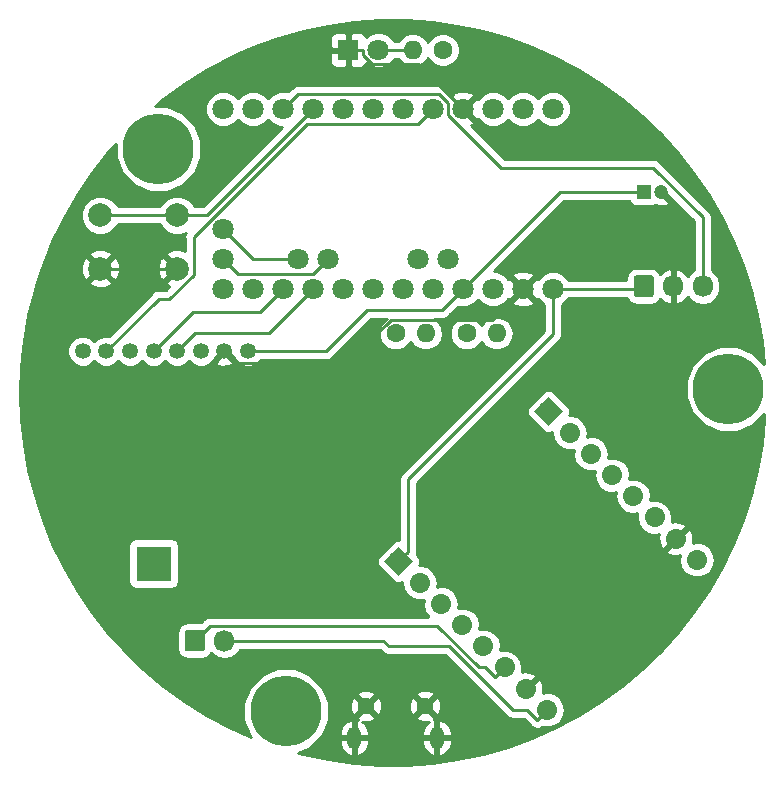
<source format=gbr>
G04 #@! TF.GenerationSoftware,KiCad,Pcbnew,(5.0.2)-1*
G04 #@! TF.CreationDate,2019-03-05T23:40:05+01:00*
G04 #@! TF.ProjectId,HB-OU-MP3-LED_PCB,48422d4f-552d-44d5-9033-2d4c45445f50,rev?*
G04 #@! TF.SameCoordinates,Original*
G04 #@! TF.FileFunction,Copper,L2,Bot*
G04 #@! TF.FilePolarity,Positive*
%FSLAX46Y46*%
G04 Gerber Fmt 4.6, Leading zero omitted, Abs format (unit mm)*
G04 Created by KiCad (PCBNEW (5.0.2)-1) date 05.03.2019 23:40:05*
%MOMM*%
%LPD*%
G01*
G04 APERTURE LIST*
G04 #@! TA.AperFunction,ComponentPad*
%ADD10C,6.000000*%
G04 #@! TD*
G04 #@! TA.AperFunction,ComponentPad*
%ADD11C,0.800000*%
G04 #@! TD*
G04 #@! TA.AperFunction,ComponentPad*
%ADD12R,1.200000X1.200000*%
G04 #@! TD*
G04 #@! TA.AperFunction,ComponentPad*
%ADD13C,1.200000*%
G04 #@! TD*
G04 #@! TA.AperFunction,ComponentPad*
%ADD14R,1.800000X1.800000*%
G04 #@! TD*
G04 #@! TA.AperFunction,ComponentPad*
%ADD15C,1.800000*%
G04 #@! TD*
G04 #@! TA.AperFunction,ComponentPad*
%ADD16C,1.450000*%
G04 #@! TD*
G04 #@! TA.AperFunction,ComponentPad*
%ADD17O,1.200000X1.900000*%
G04 #@! TD*
G04 #@! TA.AperFunction,ComponentPad*
%ADD18C,1.700000*%
G04 #@! TD*
G04 #@! TA.AperFunction,Conductor*
%ADD19C,0.100000*%
G04 #@! TD*
G04 #@! TA.AperFunction,Conductor*
%ADD20C,1.700000*%
G04 #@! TD*
G04 #@! TA.AperFunction,ComponentPad*
%ADD21O,1.700000X1.850000*%
G04 #@! TD*
G04 #@! TA.AperFunction,ComponentPad*
%ADD22C,1.600000*%
G04 #@! TD*
G04 #@! TA.AperFunction,ComponentPad*
%ADD23O,1.600000X1.600000*%
G04 #@! TD*
G04 #@! TA.AperFunction,ComponentPad*
%ADD24C,2.000000*%
G04 #@! TD*
G04 #@! TA.AperFunction,ComponentPad*
%ADD25C,1.350000*%
G04 #@! TD*
G04 #@! TA.AperFunction,ComponentPad*
%ADD26R,3.000000X3.000000*%
G04 #@! TD*
G04 #@! TA.AperFunction,Conductor*
%ADD27C,0.250000*%
G04 #@! TD*
G04 #@! TA.AperFunction,Conductor*
%ADD28C,0.254000*%
G04 #@! TD*
G04 APERTURE END LIST*
D10*
G04 #@! TO.P,REF02,1*
G04 #@! TO.N,N/C*
X132715000Y-127000000D03*
D11*
X134965000Y-127000000D03*
X134305990Y-128590990D03*
X132715000Y-129250000D03*
X131124010Y-128590990D03*
X130465000Y-127000000D03*
X131124010Y-125409010D03*
X132715000Y-124750000D03*
X134305990Y-125409010D03*
G04 #@! TD*
D10*
G04 #@! TO.P,REF03,1*
G04 #@! TO.N,N/C*
X170180000Y-99695000D03*
D11*
X172430000Y-99695000D03*
X171770990Y-101285990D03*
X170180000Y-101945000D03*
X168589010Y-101285990D03*
X167930000Y-99695000D03*
X168589010Y-98104010D03*
X170180000Y-97445000D03*
X171770990Y-98104010D03*
G04 #@! TD*
D12*
G04 #@! TO.P,C1,1*
G04 #@! TO.N,+3V3*
X163000000Y-83000000D03*
D13*
G04 #@! TO.P,C1,2*
G04 #@! TO.N,GND*
X164500000Y-83000000D03*
G04 #@! TD*
D14*
G04 #@! TO.P,D1,1*
G04 #@! TO.N,GND*
X138000000Y-71000000D03*
D15*
G04 #@! TO.P,D1,2*
G04 #@! TO.N,Net-(D1-Pad2)*
X140540000Y-71000000D03*
G04 #@! TD*
D16*
G04 #@! TO.P,J1,6*
G04 #@! TO.N,GND*
X139500000Y-126537500D03*
X144500000Y-126537500D03*
D17*
X138500000Y-129237500D03*
X145500000Y-129237500D03*
G04 #@! TD*
D18*
G04 #@! TO.P,J2,1*
G04 #@! TO.N,+5V*
X142240000Y-114300000D03*
D19*
G04 #@! TD*
G04 #@! TO.N,+5V*
G04 #@! TO.C,J2*
G36*
X142240000Y-115502082D02*
X141037918Y-114300000D01*
X142240000Y-113097918D01*
X143442082Y-114300000D01*
X142240000Y-115502082D01*
X142240000Y-115502082D01*
G37*
D18*
G04 #@! TO.P,J2,2*
G04 #@! TO.N,/RX*
X144036051Y-116096051D03*
D20*
G04 #@! TD*
G04 #@! TO.N,/RX*
G04 #@! TO.C,J2*
X144036051Y-116096051D02*
X144036051Y-116096051D01*
D18*
G04 #@! TO.P,J2,3*
G04 #@! TO.N,/TX*
X145832102Y-117892102D03*
D20*
G04 #@! TD*
G04 #@! TO.N,/TX*
G04 #@! TO.C,J2*
X145832102Y-117892102D02*
X145832102Y-117892102D01*
D18*
G04 #@! TO.P,J2,4*
G04 #@! TO.N,Net-(J2-Pad4)*
X147628154Y-119688154D03*
D20*
G04 #@! TD*
G04 #@! TO.N,Net-(J2-Pad4)*
G04 #@! TO.C,J2*
X147628154Y-119688154D02*
X147628154Y-119688154D01*
D18*
G04 #@! TO.P,J2,5*
G04 #@! TO.N,Net-(J2-Pad5)*
X149424205Y-121484205D03*
D20*
G04 #@! TD*
G04 #@! TO.N,Net-(J2-Pad5)*
G04 #@! TO.C,J2*
X149424205Y-121484205D02*
X149424205Y-121484205D01*
D18*
G04 #@! TO.P,J2,6*
G04 #@! TO.N,/SPK1*
X151220256Y-123280256D03*
D20*
G04 #@! TD*
G04 #@! TO.N,/SPK1*
G04 #@! TO.C,J2*
X151220256Y-123280256D02*
X151220256Y-123280256D01*
D18*
G04 #@! TO.P,J2,7*
G04 #@! TO.N,GND*
X153016307Y-125076307D03*
D20*
G04 #@! TD*
G04 #@! TO.N,GND*
G04 #@! TO.C,J2*
X153016307Y-125076307D02*
X153016307Y-125076307D01*
D18*
G04 #@! TO.P,J2,8*
G04 #@! TO.N,/SPK2*
X154812359Y-126872359D03*
D20*
G04 #@! TD*
G04 #@! TO.N,/SPK2*
G04 #@! TO.C,J2*
X154812359Y-126872359D02*
X154812359Y-126872359D01*
D18*
G04 #@! TO.P,J3,8*
G04 #@! TO.N,Net-(J3-Pad8)*
X167512359Y-114172359D03*
D20*
G04 #@! TD*
G04 #@! TO.N,Net-(J3-Pad8)*
G04 #@! TO.C,J3*
X167512359Y-114172359D02*
X167512359Y-114172359D01*
D18*
G04 #@! TO.P,J3,7*
G04 #@! TO.N,GND*
X165716307Y-112376307D03*
D20*
G04 #@! TD*
G04 #@! TO.N,GND*
G04 #@! TO.C,J3*
X165716307Y-112376307D02*
X165716307Y-112376307D01*
D18*
G04 #@! TO.P,J3,6*
G04 #@! TO.N,Net-(J3-Pad6)*
X163920256Y-110580256D03*
D20*
G04 #@! TD*
G04 #@! TO.N,Net-(J3-Pad6)*
G04 #@! TO.C,J3*
X163920256Y-110580256D02*
X163920256Y-110580256D01*
D18*
G04 #@! TO.P,J3,5*
G04 #@! TO.N,Net-(J3-Pad5)*
X162124205Y-108784205D03*
D20*
G04 #@! TD*
G04 #@! TO.N,Net-(J3-Pad5)*
G04 #@! TO.C,J3*
X162124205Y-108784205D02*
X162124205Y-108784205D01*
D18*
G04 #@! TO.P,J3,4*
G04 #@! TO.N,Net-(J3-Pad4)*
X160328154Y-106988154D03*
D20*
G04 #@! TD*
G04 #@! TO.N,Net-(J3-Pad4)*
G04 #@! TO.C,J3*
X160328154Y-106988154D02*
X160328154Y-106988154D01*
D18*
G04 #@! TO.P,J3,3*
G04 #@! TO.N,Net-(J3-Pad3)*
X158532102Y-105192102D03*
D20*
G04 #@! TD*
G04 #@! TO.N,Net-(J3-Pad3)*
G04 #@! TO.C,J3*
X158532102Y-105192102D02*
X158532102Y-105192102D01*
D18*
G04 #@! TO.P,J3,2*
G04 #@! TO.N,Net-(J3-Pad2)*
X156736051Y-103396051D03*
D20*
G04 #@! TD*
G04 #@! TO.N,Net-(J3-Pad2)*
G04 #@! TO.C,J3*
X156736051Y-103396051D02*
X156736051Y-103396051D01*
D18*
G04 #@! TO.P,J3,1*
G04 #@! TO.N,/BUSY*
X154940000Y-101600000D03*
D19*
G04 #@! TD*
G04 #@! TO.N,/BUSY*
G04 #@! TO.C,J3*
G36*
X154940000Y-102802082D02*
X153737918Y-101600000D01*
X154940000Y-100397918D01*
X156142082Y-101600000D01*
X154940000Y-102802082D01*
X154940000Y-102802082D01*
G37*
G04 #@! TO.N,+5V*
G04 #@! TO.C,J4*
G36*
X163624504Y-90076204D02*
X163648773Y-90079804D01*
X163672571Y-90085765D01*
X163695671Y-90094030D01*
X163717849Y-90104520D01*
X163738893Y-90117133D01*
X163758598Y-90131747D01*
X163776777Y-90148223D01*
X163793253Y-90166402D01*
X163807867Y-90186107D01*
X163820480Y-90207151D01*
X163830970Y-90229329D01*
X163839235Y-90252429D01*
X163845196Y-90276227D01*
X163848796Y-90300496D01*
X163850000Y-90325000D01*
X163850000Y-91675000D01*
X163848796Y-91699504D01*
X163845196Y-91723773D01*
X163839235Y-91747571D01*
X163830970Y-91770671D01*
X163820480Y-91792849D01*
X163807867Y-91813893D01*
X163793253Y-91833598D01*
X163776777Y-91851777D01*
X163758598Y-91868253D01*
X163738893Y-91882867D01*
X163717849Y-91895480D01*
X163695671Y-91905970D01*
X163672571Y-91914235D01*
X163648773Y-91920196D01*
X163624504Y-91923796D01*
X163600000Y-91925000D01*
X162400000Y-91925000D01*
X162375496Y-91923796D01*
X162351227Y-91920196D01*
X162327429Y-91914235D01*
X162304329Y-91905970D01*
X162282151Y-91895480D01*
X162261107Y-91882867D01*
X162241402Y-91868253D01*
X162223223Y-91851777D01*
X162206747Y-91833598D01*
X162192133Y-91813893D01*
X162179520Y-91792849D01*
X162169030Y-91770671D01*
X162160765Y-91747571D01*
X162154804Y-91723773D01*
X162151204Y-91699504D01*
X162150000Y-91675000D01*
X162150000Y-90325000D01*
X162151204Y-90300496D01*
X162154804Y-90276227D01*
X162160765Y-90252429D01*
X162169030Y-90229329D01*
X162179520Y-90207151D01*
X162192133Y-90186107D01*
X162206747Y-90166402D01*
X162223223Y-90148223D01*
X162241402Y-90131747D01*
X162261107Y-90117133D01*
X162282151Y-90104520D01*
X162304329Y-90094030D01*
X162327429Y-90085765D01*
X162351227Y-90079804D01*
X162375496Y-90076204D01*
X162400000Y-90075000D01*
X163600000Y-90075000D01*
X163624504Y-90076204D01*
X163624504Y-90076204D01*
G37*
D18*
G04 #@! TD*
G04 #@! TO.P,J4,1*
G04 #@! TO.N,+5V*
X163000000Y-91000000D03*
D21*
G04 #@! TO.P,J4,2*
G04 #@! TO.N,GND*
X165500000Y-91000000D03*
G04 #@! TO.P,J4,3*
G04 #@! TO.N,/D_in*
X168000000Y-91000000D03*
G04 #@! TD*
D19*
G04 #@! TO.N,/SPK1*
G04 #@! TO.C,J5*
G36*
X125624504Y-120076204D02*
X125648773Y-120079804D01*
X125672571Y-120085765D01*
X125695671Y-120094030D01*
X125717849Y-120104520D01*
X125738893Y-120117133D01*
X125758598Y-120131747D01*
X125776777Y-120148223D01*
X125793253Y-120166402D01*
X125807867Y-120186107D01*
X125820480Y-120207151D01*
X125830970Y-120229329D01*
X125839235Y-120252429D01*
X125845196Y-120276227D01*
X125848796Y-120300496D01*
X125850000Y-120325000D01*
X125850000Y-121675000D01*
X125848796Y-121699504D01*
X125845196Y-121723773D01*
X125839235Y-121747571D01*
X125830970Y-121770671D01*
X125820480Y-121792849D01*
X125807867Y-121813893D01*
X125793253Y-121833598D01*
X125776777Y-121851777D01*
X125758598Y-121868253D01*
X125738893Y-121882867D01*
X125717849Y-121895480D01*
X125695671Y-121905970D01*
X125672571Y-121914235D01*
X125648773Y-121920196D01*
X125624504Y-121923796D01*
X125600000Y-121925000D01*
X124400000Y-121925000D01*
X124375496Y-121923796D01*
X124351227Y-121920196D01*
X124327429Y-121914235D01*
X124304329Y-121905970D01*
X124282151Y-121895480D01*
X124261107Y-121882867D01*
X124241402Y-121868253D01*
X124223223Y-121851777D01*
X124206747Y-121833598D01*
X124192133Y-121813893D01*
X124179520Y-121792849D01*
X124169030Y-121770671D01*
X124160765Y-121747571D01*
X124154804Y-121723773D01*
X124151204Y-121699504D01*
X124150000Y-121675000D01*
X124150000Y-120325000D01*
X124151204Y-120300496D01*
X124154804Y-120276227D01*
X124160765Y-120252429D01*
X124169030Y-120229329D01*
X124179520Y-120207151D01*
X124192133Y-120186107D01*
X124206747Y-120166402D01*
X124223223Y-120148223D01*
X124241402Y-120131747D01*
X124261107Y-120117133D01*
X124282151Y-120104520D01*
X124304329Y-120094030D01*
X124327429Y-120085765D01*
X124351227Y-120079804D01*
X124375496Y-120076204D01*
X124400000Y-120075000D01*
X125600000Y-120075000D01*
X125624504Y-120076204D01*
X125624504Y-120076204D01*
G37*
D18*
G04 #@! TD*
G04 #@! TO.P,J5,1*
G04 #@! TO.N,/SPK1*
X125000000Y-121000000D03*
D21*
G04 #@! TO.P,J5,2*
G04 #@! TO.N,/SPK2*
X127500000Y-121000000D03*
G04 #@! TD*
D22*
G04 #@! TO.P,R1,1*
G04 #@! TO.N,Net-(R1-Pad1)*
X146000000Y-71000000D03*
D23*
G04 #@! TO.P,R1,2*
G04 #@! TO.N,Net-(D1-Pad2)*
X143460000Y-71000000D03*
G04 #@! TD*
G04 #@! TO.P,R2,2*
G04 #@! TO.N,/TX*
X150540000Y-95000000D03*
D22*
G04 #@! TO.P,R2,1*
G04 #@! TO.N,Net-(R2-Pad1)*
X148000000Y-95000000D03*
G04 #@! TD*
G04 #@! TO.P,R3,1*
G04 #@! TO.N,Net-(R3-Pad1)*
X142000000Y-95000000D03*
D23*
G04 #@! TO.P,R3,2*
G04 #@! TO.N,/RX*
X144540000Y-95000000D03*
G04 #@! TD*
D24*
G04 #@! TO.P,SW1,2*
G04 #@! TO.N,GND*
X117000000Y-89500000D03*
G04 #@! TO.P,SW1,1*
G04 #@! TO.N,Net-(SW1-Pad1)*
X117000000Y-85000000D03*
G04 #@! TO.P,SW1,2*
G04 #@! TO.N,GND*
X123500000Y-89500000D03*
G04 #@! TO.P,SW1,1*
G04 #@! TO.N,Net-(SW1-Pad1)*
X123500000Y-85000000D03*
G04 #@! TD*
D15*
G04 #@! TO.P,U1,28*
G04 #@! TO.N,Net-(U1-Pad28)*
X136270000Y-88700000D03*
G04 #@! TO.P,U1,27*
G04 #@! TO.N,Net-(U1-Pad27)*
X133730000Y-88700000D03*
X127380000Y-86160000D03*
G04 #@! TO.P,U1,28*
G04 #@! TO.N,Net-(U1-Pad28)*
X127380000Y-88700000D03*
G04 #@! TO.P,U1,1*
G04 #@! TO.N,/SS*
X127380000Y-91240000D03*
G04 #@! TO.P,U1,2*
G04 #@! TO.N,/MOSI*
X129920000Y-91240000D03*
G04 #@! TO.P,U1,3*
G04 #@! TO.N,/MISO*
X132460000Y-91240000D03*
G04 #@! TO.P,U1,4*
G04 #@! TO.N,/SCK*
X135000000Y-91240000D03*
G04 #@! TO.P,U1,5*
G04 #@! TO.N,Net-(U1-Pad5)*
X137540000Y-91240000D03*
G04 #@! TO.P,U1,6*
G04 #@! TO.N,Net-(U1-Pad6)*
X140080000Y-91240000D03*
G04 #@! TO.P,U1,7*
G04 #@! TO.N,Net-(U1-Pad7)*
X142620000Y-91240000D03*
G04 #@! TO.P,U1,8*
G04 #@! TO.N,Net-(U1-Pad8)*
X145160000Y-91240000D03*
G04 #@! TO.P,U1,9*
G04 #@! TO.N,+3V3*
X147700000Y-91240000D03*
G04 #@! TO.P,U1,10*
G04 #@! TO.N,Net-(U1-Pad10)*
X150240000Y-91240000D03*
G04 #@! TO.P,U1,11*
G04 #@! TO.N,GND*
X152780000Y-91240000D03*
G04 #@! TO.P,U1,12*
G04 #@! TO.N,+5V*
X155320000Y-91240000D03*
G04 #@! TO.P,U1,13*
G04 #@! TO.N,N/C*
X155320000Y-76000000D03*
G04 #@! TO.P,U1,14*
X152780000Y-76000000D03*
G04 #@! TO.P,U1,15*
X150240000Y-76000000D03*
G04 #@! TO.P,U1,16*
G04 #@! TO.N,GND*
X147700000Y-76000000D03*
G04 #@! TO.P,U1,17*
G04 #@! TO.N,/D2*
X145160000Y-76000000D03*
G04 #@! TO.P,U1,18*
G04 #@! TO.N,Net-(U1-Pad18)*
X142620000Y-76000000D03*
G04 #@! TO.P,U1,19*
G04 #@! TO.N,Net-(R1-Pad1)*
X140080000Y-76000000D03*
G04 #@! TO.P,U1,20*
G04 #@! TO.N,/BUSY*
X137540000Y-76000000D03*
G04 #@! TO.P,U1,21*
G04 #@! TO.N,Net-(SW1-Pad1)*
X135000000Y-76000000D03*
G04 #@! TO.P,U1,22*
G04 #@! TO.N,/D_in*
X132460000Y-76000000D03*
G04 #@! TO.P,U1,23*
G04 #@! TO.N,Net-(R2-Pad1)*
X129920000Y-76000000D03*
G04 #@! TO.P,U1,24*
G04 #@! TO.N,Net-(R3-Pad1)*
X127380000Y-76000000D03*
G04 #@! TO.P,U1,25*
G04 #@! TO.N,Net-(U1-Pad25)*
X143890000Y-88700000D03*
G04 #@! TO.P,U1,26*
G04 #@! TO.N,Net-(U1-Pad26)*
X146430000Y-88700000D03*
G04 #@! TD*
D25*
G04 #@! TO.P,U2,8*
G04 #@! TO.N,/SS*
X115500000Y-96500000D03*
G04 #@! TO.P,U2,1*
G04 #@! TO.N,+3V3*
X129500000Y-96500000D03*
G04 #@! TO.P,U2,2*
G04 #@! TO.N,GND*
X127500000Y-96500000D03*
G04 #@! TO.P,U2,3*
G04 #@! TO.N,/MOSI*
X125500000Y-96500000D03*
G04 #@! TO.P,U2,4*
G04 #@! TO.N,/SCK*
X123500000Y-96500000D03*
G04 #@! TO.P,U2,5*
G04 #@! TO.N,/MISO*
X121500000Y-96500000D03*
G04 #@! TO.P,U2,6*
G04 #@! TO.N,Net-(U2-Pad6)*
X119500000Y-96500000D03*
G04 #@! TO.P,U2,7*
G04 #@! TO.N,/D2*
X117500000Y-96500000D03*
G04 #@! TD*
D26*
G04 #@! TO.P,Antenne,1*
G04 #@! TO.N,N/C*
X121514000Y-114478000D03*
G04 #@! TD*
D11*
G04 #@! TO.P,REF01,1*
G04 #@! TO.N,N/C*
X123510990Y-77784010D03*
X121920000Y-77125000D03*
X120329010Y-77784010D03*
X119670000Y-79375000D03*
X120329010Y-80965990D03*
X121920000Y-81625000D03*
X123510990Y-80965990D03*
X124170000Y-79375000D03*
D10*
X121920000Y-79375000D03*
G04 #@! TD*
D27*
G04 #@! TO.N,+3V3*
X147700000Y-91240000D02*
X145956700Y-92983300D01*
X145956700Y-92983300D02*
X139587400Y-92983300D01*
X139587400Y-92983300D02*
X136070700Y-96500000D01*
X136070700Y-96500000D02*
X129500000Y-96500000D01*
X147700000Y-91240000D02*
X155940000Y-83000000D01*
X155940000Y-83000000D02*
X163000000Y-83000000D01*
G04 #@! TO.N,GND*
X127500000Y-96500000D02*
X128530400Y-97530400D01*
X128530400Y-97530400D02*
X137878200Y-97530400D01*
X137878200Y-97530400D02*
X141580900Y-93827700D01*
X141580900Y-93827700D02*
X150192300Y-93827700D01*
X150192300Y-93827700D02*
X152780000Y-91240000D01*
X123500000Y-89500000D02*
X117000000Y-89500000D01*
X138000000Y-71000000D02*
X139225300Y-71000000D01*
X147700000Y-76000000D02*
X143925300Y-72225300D01*
X143925300Y-72225300D02*
X139991000Y-72225300D01*
X139991000Y-72225300D02*
X139225300Y-71459600D01*
X139225300Y-71459600D02*
X139225300Y-71000000D01*
G04 #@! TO.N,Net-(D1-Pad2)*
X143460000Y-71000000D02*
X140540000Y-71000000D01*
G04 #@! TO.N,+5V*
X155320000Y-91240000D02*
X155320000Y-95086500D01*
X155320000Y-95086500D02*
X143071000Y-107335500D01*
X143071000Y-107335500D02*
X143071000Y-113468900D01*
X143071000Y-113468900D02*
X143071100Y-113468900D01*
X155320000Y-91240000D02*
X162760000Y-91240000D01*
X162760000Y-91240000D02*
X163000000Y-91000000D01*
X142240000Y-114300000D02*
X143071100Y-113468900D01*
G04 #@! TO.N,/SPK1*
X151220300Y-123280300D02*
X150389300Y-124111300D01*
X125000000Y-121000000D02*
X126272200Y-119727800D01*
X126272200Y-119727800D02*
X145481700Y-119727800D01*
X145481700Y-119727800D02*
X149034200Y-123280300D01*
X149034200Y-123280300D02*
X149558200Y-123280300D01*
X149558200Y-123280300D02*
X150389300Y-124111300D01*
G04 #@! TO.N,/SPK2*
X127500000Y-121000000D02*
X140965600Y-121000000D01*
X140965600Y-121000000D02*
X141415800Y-121450200D01*
X141415800Y-121450200D02*
X146493800Y-121450200D01*
X146493800Y-121450200D02*
X151916000Y-126872400D01*
X151916000Y-126872400D02*
X153150300Y-126872400D01*
X153150300Y-126872400D02*
X153981400Y-127703400D01*
X154812400Y-126872400D02*
X153981400Y-127703400D01*
G04 #@! TO.N,/D_in*
X132460000Y-76000000D02*
X133732600Y-74727400D01*
X133732600Y-74727400D02*
X145668000Y-74727400D01*
X145668000Y-74727400D02*
X146430000Y-75489400D01*
X146430000Y-75489400D02*
X146430000Y-76465900D01*
X146430000Y-76465900D02*
X150915200Y-80951100D01*
X150915200Y-80951100D02*
X163790400Y-80951100D01*
X163790400Y-80951100D02*
X168000000Y-85160700D01*
X168000000Y-85160700D02*
X168000000Y-91000000D01*
G04 #@! TO.N,Net-(SW1-Pad1)*
X123500000Y-85000000D02*
X117000000Y-85000000D01*
X135000000Y-76000000D02*
X126000000Y-85000000D01*
X126000000Y-85000000D02*
X123500000Y-85000000D01*
G04 #@! TO.N,Net-(U1-Pad28)*
X127380000Y-88700000D02*
X128612400Y-89932400D01*
X128612400Y-89932400D02*
X135037600Y-89932400D01*
X135037600Y-89932400D02*
X136270000Y-88700000D01*
G04 #@! TO.N,Net-(U1-Pad27)*
X127380000Y-86160000D02*
X129920000Y-88700000D01*
X129920000Y-88700000D02*
X133730000Y-88700000D01*
G04 #@! TO.N,/MISO*
X121500000Y-96500000D02*
X124804900Y-93195100D01*
X124804900Y-93195100D02*
X130504900Y-93195100D01*
X130504900Y-93195100D02*
X132460000Y-91240000D01*
G04 #@! TO.N,/SCK*
X123500000Y-96500000D02*
X125038900Y-94961100D01*
X125038900Y-94961100D02*
X131278900Y-94961100D01*
X131278900Y-94961100D02*
X135000000Y-91240000D01*
G04 #@! TO.N,/D2*
X117500000Y-96500000D02*
X121938300Y-92061700D01*
X121938300Y-92061700D02*
X122845300Y-92061700D01*
X122845300Y-92061700D02*
X124893600Y-90013400D01*
X124893600Y-90013400D02*
X124893600Y-86865500D01*
X124893600Y-86865500D02*
X134533700Y-77225400D01*
X134533700Y-77225400D02*
X143934600Y-77225400D01*
X143934600Y-77225400D02*
X145160000Y-76000000D01*
G04 #@! TD*
D28*
G04 #@! TO.N,GND*
G36*
X145047696Y-68633743D02*
X147227665Y-68940118D01*
X149380952Y-69397813D01*
X151497067Y-70004599D01*
X153565699Y-70757520D01*
X155576771Y-71652907D01*
X157520486Y-72686398D01*
X159387372Y-73852958D01*
X161168336Y-75146904D01*
X162854701Y-76561932D01*
X164438250Y-78091148D01*
X165911269Y-79727102D01*
X167266582Y-81461823D01*
X168497585Y-83286860D01*
X169598282Y-85193322D01*
X170563309Y-87171920D01*
X171387965Y-89213016D01*
X172068232Y-91306665D01*
X172600798Y-93442667D01*
X172983065Y-95610615D01*
X173188223Y-97562557D01*
X172239062Y-96613396D01*
X170903046Y-96060000D01*
X169456954Y-96060000D01*
X168120938Y-96613396D01*
X167098396Y-97635938D01*
X166545000Y-98971954D01*
X166545000Y-100418046D01*
X167098396Y-101754062D01*
X168120938Y-102776604D01*
X169456954Y-103330000D01*
X170903046Y-103330000D01*
X172239062Y-102776604D01*
X173227559Y-101788107D01*
X173213174Y-102200052D01*
X172983065Y-104389385D01*
X172600798Y-106557333D01*
X172068232Y-108693335D01*
X171387965Y-110786984D01*
X170563309Y-112828080D01*
X169598282Y-114806678D01*
X168497585Y-116713140D01*
X167266582Y-118538177D01*
X165911269Y-120272898D01*
X164438250Y-121908852D01*
X162854701Y-123438068D01*
X161168336Y-124853096D01*
X159387372Y-126147042D01*
X157520486Y-127313602D01*
X155576771Y-128347093D01*
X153565699Y-129242480D01*
X151497067Y-129995401D01*
X149380952Y-130602187D01*
X147227665Y-131059882D01*
X145047696Y-131366257D01*
X142851666Y-131519818D01*
X140650274Y-131519818D01*
X138454244Y-131366257D01*
X136274275Y-131059882D01*
X134120988Y-130602187D01*
X133764233Y-130499889D01*
X134774062Y-130081604D01*
X135491166Y-129364500D01*
X137265000Y-129364500D01*
X137265000Y-129714500D01*
X137407610Y-130177447D01*
X137716526Y-130550580D01*
X138144719Y-130777092D01*
X138182391Y-130780962D01*
X138373000Y-130656231D01*
X138373000Y-129364500D01*
X138627000Y-129364500D01*
X138627000Y-130656231D01*
X138817609Y-130780962D01*
X138855281Y-130777092D01*
X139283474Y-130550580D01*
X139592390Y-130177447D01*
X139735000Y-129714500D01*
X139735000Y-129364500D01*
X144265000Y-129364500D01*
X144265000Y-129714500D01*
X144407610Y-130177447D01*
X144716526Y-130550580D01*
X145144719Y-130777092D01*
X145182391Y-130780962D01*
X145373000Y-130656231D01*
X145373000Y-129364500D01*
X145627000Y-129364500D01*
X145627000Y-130656231D01*
X145817609Y-130780962D01*
X145855281Y-130777092D01*
X146283474Y-130550580D01*
X146592390Y-130177447D01*
X146735000Y-129714500D01*
X146735000Y-129364500D01*
X145627000Y-129364500D01*
X145373000Y-129364500D01*
X144265000Y-129364500D01*
X139735000Y-129364500D01*
X138627000Y-129364500D01*
X138373000Y-129364500D01*
X137265000Y-129364500D01*
X135491166Y-129364500D01*
X135796604Y-129059062D01*
X135920272Y-128760500D01*
X137265000Y-128760500D01*
X137265000Y-129110500D01*
X138373000Y-129110500D01*
X138373000Y-127818769D01*
X138627000Y-127818769D01*
X138627000Y-129110500D01*
X139735000Y-129110500D01*
X139735000Y-128760500D01*
X139592390Y-128297553D01*
X139283474Y-127924420D01*
X139164232Y-127861342D01*
X139301146Y-127909812D01*
X139841444Y-127881449D01*
X140208878Y-127729253D01*
X140273793Y-127490898D01*
X143726207Y-127490898D01*
X143791122Y-127729253D01*
X144301146Y-127909812D01*
X144792945Y-127883995D01*
X144716526Y-127924420D01*
X144407610Y-128297553D01*
X144265000Y-128760500D01*
X144265000Y-129110500D01*
X145373000Y-129110500D01*
X145373000Y-127818769D01*
X145627000Y-127818769D01*
X145627000Y-129110500D01*
X146735000Y-129110500D01*
X146735000Y-128760500D01*
X146592390Y-128297553D01*
X146283474Y-127924420D01*
X145855281Y-127697908D01*
X145817609Y-127694038D01*
X145627000Y-127818769D01*
X145373000Y-127818769D01*
X145213012Y-127714076D01*
X145273793Y-127490898D01*
X144500000Y-126717105D01*
X143726207Y-127490898D01*
X140273793Y-127490898D01*
X139500000Y-126717105D01*
X138726207Y-127490898D01*
X138786988Y-127714076D01*
X138627000Y-127818769D01*
X138373000Y-127818769D01*
X138182391Y-127694038D01*
X138144719Y-127697908D01*
X137716526Y-127924420D01*
X137407610Y-128297553D01*
X137265000Y-128760500D01*
X135920272Y-128760500D01*
X136350000Y-127723046D01*
X136350000Y-126338646D01*
X138127688Y-126338646D01*
X138156051Y-126878944D01*
X138308247Y-127246378D01*
X138546602Y-127311293D01*
X139320395Y-126537500D01*
X139679605Y-126537500D01*
X140453398Y-127311293D01*
X140691753Y-127246378D01*
X140872312Y-126736354D01*
X140851435Y-126338646D01*
X143127688Y-126338646D01*
X143156051Y-126878944D01*
X143308247Y-127246378D01*
X143546602Y-127311293D01*
X144320395Y-126537500D01*
X144679605Y-126537500D01*
X145453398Y-127311293D01*
X145691753Y-127246378D01*
X145872312Y-126736354D01*
X145843949Y-126196056D01*
X145691753Y-125828622D01*
X145453398Y-125763707D01*
X144679605Y-126537500D01*
X144320395Y-126537500D01*
X143546602Y-125763707D01*
X143308247Y-125828622D01*
X143127688Y-126338646D01*
X140851435Y-126338646D01*
X140843949Y-126196056D01*
X140691753Y-125828622D01*
X140453398Y-125763707D01*
X139679605Y-126537500D01*
X139320395Y-126537500D01*
X138546602Y-125763707D01*
X138308247Y-125828622D01*
X138127688Y-126338646D01*
X136350000Y-126338646D01*
X136350000Y-126276954D01*
X136063012Y-125584102D01*
X138726207Y-125584102D01*
X139500000Y-126357895D01*
X140273793Y-125584102D01*
X143726207Y-125584102D01*
X144500000Y-126357895D01*
X145273793Y-125584102D01*
X145208878Y-125345747D01*
X144698854Y-125165188D01*
X144158556Y-125193551D01*
X143791122Y-125345747D01*
X143726207Y-125584102D01*
X140273793Y-125584102D01*
X140208878Y-125345747D01*
X139698854Y-125165188D01*
X139158556Y-125193551D01*
X138791122Y-125345747D01*
X138726207Y-125584102D01*
X136063012Y-125584102D01*
X135796604Y-124940938D01*
X134774062Y-123918396D01*
X133438046Y-123365000D01*
X131991954Y-123365000D01*
X130655938Y-123918396D01*
X129633396Y-124940938D01*
X129080000Y-126276954D01*
X129080000Y-127723046D01*
X129633396Y-129059062D01*
X129720969Y-129146635D01*
X127925169Y-128347093D01*
X125981454Y-127313602D01*
X124114568Y-126147042D01*
X122333604Y-124853096D01*
X120647239Y-123438068D01*
X119063690Y-121908852D01*
X117637584Y-120325000D01*
X123502560Y-120325000D01*
X123502560Y-121675000D01*
X123570874Y-122018435D01*
X123765414Y-122309586D01*
X124056565Y-122504126D01*
X124400000Y-122572440D01*
X125600000Y-122572440D01*
X125943435Y-122504126D01*
X126234586Y-122309586D01*
X126386758Y-122081844D01*
X126429375Y-122145625D01*
X126920583Y-122473839D01*
X127500000Y-122589092D01*
X128079418Y-122473839D01*
X128570625Y-122145625D01*
X128828291Y-121760000D01*
X140650799Y-121760000D01*
X140825469Y-121934670D01*
X140867871Y-121998129D01*
X141119263Y-122166104D01*
X141340948Y-122210200D01*
X141340953Y-122210200D01*
X141415800Y-122225088D01*
X141490647Y-122210200D01*
X146178999Y-122210200D01*
X151325671Y-127356873D01*
X151368071Y-127420329D01*
X151431527Y-127462729D01*
X151619462Y-127588304D01*
X151667605Y-127597880D01*
X151841148Y-127632400D01*
X151841152Y-127632400D01*
X151916000Y-127647288D01*
X151990848Y-127632400D01*
X152835525Y-127632400D01*
X153391085Y-128187894D01*
X153433471Y-128251329D01*
X153496944Y-128293740D01*
X153496962Y-128293758D01*
X153566150Y-128339982D01*
X153684863Y-128419303D01*
X153684884Y-128419307D01*
X153684905Y-128419321D01*
X153837086Y-128449582D01*
X153981400Y-128478288D01*
X153981423Y-128478283D01*
X153981446Y-128478288D01*
X154127347Y-128449257D01*
X154277937Y-128419303D01*
X154277957Y-128419290D01*
X154277980Y-128419285D01*
X154405706Y-128333931D01*
X154438422Y-128312071D01*
X154666103Y-128357359D01*
X154958615Y-128357359D01*
X155391777Y-128271198D01*
X155882984Y-127942984D01*
X156211198Y-127451777D01*
X156326451Y-126872359D01*
X156211198Y-126292941D01*
X155882984Y-125801734D01*
X155391777Y-125473520D01*
X154958615Y-125387359D01*
X154666103Y-125387359D01*
X154435950Y-125433139D01*
X154484643Y-125298215D01*
X154457793Y-124719415D01*
X154287944Y-124309389D01*
X154039600Y-124232619D01*
X153195912Y-125076307D01*
X153210055Y-125090450D01*
X153030450Y-125270055D01*
X153016307Y-125255912D01*
X153002165Y-125270055D01*
X152822560Y-125090450D01*
X152836702Y-125076307D01*
X152822560Y-125062165D01*
X153002165Y-124882560D01*
X153016307Y-124896702D01*
X153859995Y-124053014D01*
X153783225Y-123804670D01*
X153373199Y-123634821D01*
X152794399Y-123607971D01*
X152659476Y-123656663D01*
X152734348Y-123280256D01*
X152619095Y-122700838D01*
X152290881Y-122209631D01*
X151799674Y-121881417D01*
X151366512Y-121795256D01*
X151074000Y-121795256D01*
X150868286Y-121836175D01*
X150938297Y-121484205D01*
X150823044Y-120904787D01*
X150494830Y-120413580D01*
X150003623Y-120085366D01*
X149570461Y-119999205D01*
X149277949Y-119999205D01*
X149072235Y-120040124D01*
X149142246Y-119688154D01*
X149026993Y-119108736D01*
X148698779Y-118617529D01*
X148207572Y-118289315D01*
X147774410Y-118203154D01*
X147481898Y-118203154D01*
X147276183Y-118244073D01*
X147346194Y-117892102D01*
X147230941Y-117312684D01*
X146902727Y-116821477D01*
X146411520Y-116493263D01*
X145978358Y-116407102D01*
X145685846Y-116407102D01*
X145480132Y-116448021D01*
X145550143Y-116096051D01*
X145434890Y-115516633D01*
X145106676Y-115025426D01*
X144615469Y-114697212D01*
X144182307Y-114611051D01*
X143997952Y-114611051D01*
X144040239Y-114547765D01*
X144089522Y-114300000D01*
X144040239Y-114052235D01*
X143899891Y-113842191D01*
X143792999Y-113735299D01*
X143845989Y-113468900D01*
X143832205Y-113399600D01*
X164872619Y-113399600D01*
X164949389Y-113647944D01*
X165359415Y-113817793D01*
X165938215Y-113844643D01*
X166073139Y-113795950D01*
X165998267Y-114172359D01*
X166113520Y-114751777D01*
X166441734Y-115242984D01*
X166932941Y-115571198D01*
X167366103Y-115657359D01*
X167658615Y-115657359D01*
X168091777Y-115571198D01*
X168582984Y-115242984D01*
X168911198Y-114751777D01*
X169026451Y-114172359D01*
X168911198Y-113592941D01*
X168582984Y-113101734D01*
X168091777Y-112773520D01*
X167658615Y-112687359D01*
X167366103Y-112687359D01*
X167135950Y-112733139D01*
X167184643Y-112598215D01*
X167157793Y-112019415D01*
X166987944Y-111609389D01*
X166739600Y-111532619D01*
X165895912Y-112376307D01*
X165910055Y-112390450D01*
X165730450Y-112570055D01*
X165716307Y-112555912D01*
X164872619Y-113399600D01*
X143832205Y-113399600D01*
X143831000Y-113393545D01*
X143831000Y-107650301D01*
X149881301Y-101600000D01*
X153090478Y-101600000D01*
X153139761Y-101847765D01*
X153280109Y-102057809D01*
X154482191Y-103259891D01*
X154692235Y-103400239D01*
X154940000Y-103449522D01*
X155187765Y-103400239D01*
X155226240Y-103374531D01*
X155221959Y-103396051D01*
X155337212Y-103975469D01*
X155665426Y-104466676D01*
X156156633Y-104794890D01*
X156589795Y-104881051D01*
X156882307Y-104881051D01*
X157088021Y-104840132D01*
X157018010Y-105192102D01*
X157133263Y-105771520D01*
X157461477Y-106262727D01*
X157952684Y-106590941D01*
X158385846Y-106677102D01*
X158678358Y-106677102D01*
X158884073Y-106636183D01*
X158814062Y-106988154D01*
X158929315Y-107567572D01*
X159257529Y-108058779D01*
X159748736Y-108386993D01*
X160181898Y-108473154D01*
X160474410Y-108473154D01*
X160680124Y-108432235D01*
X160610113Y-108784205D01*
X160725366Y-109363623D01*
X161053580Y-109854830D01*
X161544787Y-110183044D01*
X161977949Y-110269205D01*
X162270461Y-110269205D01*
X162476175Y-110228286D01*
X162406164Y-110580256D01*
X162521417Y-111159674D01*
X162849631Y-111650881D01*
X163340838Y-111979095D01*
X163774000Y-112065256D01*
X164066512Y-112065256D01*
X164296663Y-112019476D01*
X164247971Y-112154399D01*
X164274821Y-112733199D01*
X164444670Y-113143225D01*
X164693014Y-113219995D01*
X165536702Y-112376307D01*
X165522560Y-112362165D01*
X165702165Y-112182560D01*
X165716307Y-112196702D01*
X166559995Y-111353014D01*
X166483225Y-111104670D01*
X166073199Y-110934821D01*
X165494399Y-110907971D01*
X165359476Y-110956663D01*
X165434348Y-110580256D01*
X165319095Y-110000838D01*
X164990881Y-109509631D01*
X164499674Y-109181417D01*
X164066512Y-109095256D01*
X163774000Y-109095256D01*
X163568286Y-109136175D01*
X163638297Y-108784205D01*
X163523044Y-108204787D01*
X163194830Y-107713580D01*
X162703623Y-107385366D01*
X162270461Y-107299205D01*
X161977949Y-107299205D01*
X161772235Y-107340124D01*
X161842246Y-106988154D01*
X161726993Y-106408736D01*
X161398779Y-105917529D01*
X160907572Y-105589315D01*
X160474410Y-105503154D01*
X160181898Y-105503154D01*
X159976183Y-105544073D01*
X160046194Y-105192102D01*
X159930941Y-104612684D01*
X159602727Y-104121477D01*
X159111520Y-103793263D01*
X158678358Y-103707102D01*
X158385846Y-103707102D01*
X158180132Y-103748021D01*
X158250143Y-103396051D01*
X158134890Y-102816633D01*
X157806676Y-102325426D01*
X157315469Y-101997212D01*
X156882307Y-101911051D01*
X156697952Y-101911051D01*
X156740239Y-101847765D01*
X156789522Y-101600000D01*
X156740239Y-101352235D01*
X156599891Y-101142191D01*
X155397809Y-99940109D01*
X155187765Y-99799761D01*
X154940000Y-99750478D01*
X154692235Y-99799761D01*
X154482191Y-99940109D01*
X153280109Y-101142191D01*
X153139761Y-101352235D01*
X153090478Y-101600000D01*
X149881301Y-101600000D01*
X155804473Y-95676829D01*
X155867929Y-95634429D01*
X156035904Y-95383037D01*
X156080000Y-95161352D01*
X156080000Y-95161347D01*
X156094888Y-95086500D01*
X156080000Y-95011653D01*
X156080000Y-92586669D01*
X156189507Y-92541310D01*
X156621310Y-92109507D01*
X156666669Y-92000000D01*
X161567207Y-92000000D01*
X161570874Y-92018435D01*
X161765414Y-92309586D01*
X162056565Y-92504126D01*
X162400000Y-92572440D01*
X163600000Y-92572440D01*
X163943435Y-92504126D01*
X164234586Y-92309586D01*
X164411844Y-92044300D01*
X164670514Y-92305159D01*
X165143110Y-92516476D01*
X165373000Y-92395155D01*
X165373000Y-91127000D01*
X165353000Y-91127000D01*
X165353000Y-90873000D01*
X165373000Y-90873000D01*
X165373000Y-89604845D01*
X165143110Y-89483524D01*
X164670514Y-89694841D01*
X164411844Y-89955700D01*
X164234586Y-89690414D01*
X163943435Y-89495874D01*
X163600000Y-89427560D01*
X162400000Y-89427560D01*
X162056565Y-89495874D01*
X161765414Y-89690414D01*
X161570874Y-89981565D01*
X161502560Y-90325000D01*
X161502560Y-90480000D01*
X156666669Y-90480000D01*
X156621310Y-90370493D01*
X156189507Y-89938690D01*
X155625330Y-89705000D01*
X155014670Y-89705000D01*
X154450493Y-89938690D01*
X154018690Y-90370493D01*
X154010562Y-90390115D01*
X153860159Y-90339446D01*
X152959605Y-91240000D01*
X153860159Y-92140554D01*
X154010562Y-92089885D01*
X154018690Y-92109507D01*
X154450493Y-92541310D01*
X154560000Y-92586669D01*
X154560001Y-94771697D01*
X142586530Y-106745169D01*
X142523071Y-106787571D01*
X142355096Y-107038964D01*
X142311000Y-107260649D01*
X142311000Y-107260653D01*
X142296112Y-107335500D01*
X142311000Y-107410347D01*
X142311001Y-112464601D01*
X142240000Y-112450478D01*
X141992235Y-112499761D01*
X141782191Y-112640109D01*
X140580109Y-113842191D01*
X140439761Y-114052235D01*
X140390478Y-114300000D01*
X140439761Y-114547765D01*
X140580109Y-114757809D01*
X141782191Y-115959891D01*
X141992235Y-116100239D01*
X142240000Y-116149522D01*
X142487765Y-116100239D01*
X142526240Y-116074531D01*
X142521959Y-116096051D01*
X142637212Y-116675469D01*
X142965426Y-117166676D01*
X143456633Y-117494890D01*
X143889795Y-117581051D01*
X144182307Y-117581051D01*
X144388021Y-117540132D01*
X144318010Y-117892102D01*
X144433263Y-118471520D01*
X144761477Y-118962727D01*
X144769069Y-118967800D01*
X126347046Y-118967800D01*
X126272199Y-118952912D01*
X126197352Y-118967800D01*
X126197348Y-118967800D01*
X125975663Y-119011896D01*
X125975661Y-119011897D01*
X125975662Y-119011897D01*
X125787726Y-119137471D01*
X125787724Y-119137473D01*
X125724271Y-119179871D01*
X125681873Y-119243324D01*
X125497637Y-119427560D01*
X124400000Y-119427560D01*
X124056565Y-119495874D01*
X123765414Y-119690414D01*
X123570874Y-119981565D01*
X123502560Y-120325000D01*
X117637584Y-120325000D01*
X117590671Y-120272898D01*
X116235358Y-118538177D01*
X115004355Y-116713140D01*
X113903658Y-114806678D01*
X113011752Y-112978000D01*
X119366560Y-112978000D01*
X119366560Y-115978000D01*
X119415843Y-116225765D01*
X119556191Y-116435809D01*
X119766235Y-116576157D01*
X120014000Y-116625440D01*
X123014000Y-116625440D01*
X123261765Y-116576157D01*
X123471809Y-116435809D01*
X123612157Y-116225765D01*
X123661440Y-115978000D01*
X123661440Y-112978000D01*
X123612157Y-112730235D01*
X123471809Y-112520191D01*
X123261765Y-112379843D01*
X123014000Y-112330560D01*
X120014000Y-112330560D01*
X119766235Y-112379843D01*
X119556191Y-112520191D01*
X119415843Y-112730235D01*
X119366560Y-112978000D01*
X113011752Y-112978000D01*
X112938631Y-112828080D01*
X112113975Y-110786984D01*
X111433708Y-108693335D01*
X110901142Y-106557333D01*
X110518875Y-104389385D01*
X110288766Y-102200052D01*
X110211939Y-100000000D01*
X110288766Y-97799948D01*
X110452784Y-96239425D01*
X114190000Y-96239425D01*
X114190000Y-96760575D01*
X114389436Y-97242055D01*
X114757945Y-97610564D01*
X115239425Y-97810000D01*
X115760575Y-97810000D01*
X116242055Y-97610564D01*
X116500000Y-97352619D01*
X116757945Y-97610564D01*
X117239425Y-97810000D01*
X117760575Y-97810000D01*
X118242055Y-97610564D01*
X118500000Y-97352619D01*
X118757945Y-97610564D01*
X119239425Y-97810000D01*
X119760575Y-97810000D01*
X120242055Y-97610564D01*
X120500000Y-97352619D01*
X120757945Y-97610564D01*
X121239425Y-97810000D01*
X121760575Y-97810000D01*
X122242055Y-97610564D01*
X122500000Y-97352619D01*
X122757945Y-97610564D01*
X123239425Y-97810000D01*
X123760575Y-97810000D01*
X124242055Y-97610564D01*
X124500000Y-97352619D01*
X124757945Y-97610564D01*
X125239425Y-97810000D01*
X125760575Y-97810000D01*
X126242055Y-97610564D01*
X126435472Y-97417147D01*
X126762458Y-97417147D01*
X126821219Y-97650328D01*
X127313100Y-97822522D01*
X127833434Y-97793375D01*
X128178781Y-97650328D01*
X128237542Y-97417147D01*
X127500000Y-96679605D01*
X126762458Y-97417147D01*
X126435472Y-97417147D01*
X126610564Y-97242055D01*
X126633350Y-97187045D01*
X127320395Y-96500000D01*
X127306253Y-96485858D01*
X127485858Y-96306253D01*
X127500000Y-96320395D01*
X127514143Y-96306253D01*
X127693748Y-96485858D01*
X127679605Y-96500000D01*
X128366650Y-97187045D01*
X128389436Y-97242055D01*
X128757945Y-97610564D01*
X129239425Y-97810000D01*
X129760575Y-97810000D01*
X130242055Y-97610564D01*
X130592619Y-97260000D01*
X135995853Y-97260000D01*
X136070700Y-97274888D01*
X136145547Y-97260000D01*
X136145552Y-97260000D01*
X136367237Y-97215904D01*
X136618629Y-97047929D01*
X136661031Y-96984470D01*
X139902202Y-93743300D01*
X141284107Y-93743300D01*
X141187138Y-93783466D01*
X140783466Y-94187138D01*
X140565000Y-94714561D01*
X140565000Y-95285439D01*
X140783466Y-95812862D01*
X141187138Y-96216534D01*
X141714561Y-96435000D01*
X142285439Y-96435000D01*
X142812862Y-96216534D01*
X143216534Y-95812862D01*
X143270394Y-95682832D01*
X143505423Y-96034577D01*
X143980091Y-96351740D01*
X144398667Y-96435000D01*
X144681333Y-96435000D01*
X145099909Y-96351740D01*
X145574577Y-96034577D01*
X145891740Y-95559909D01*
X146003113Y-95000000D01*
X145946336Y-94714561D01*
X146565000Y-94714561D01*
X146565000Y-95285439D01*
X146783466Y-95812862D01*
X147187138Y-96216534D01*
X147714561Y-96435000D01*
X148285439Y-96435000D01*
X148812862Y-96216534D01*
X149216534Y-95812862D01*
X149270394Y-95682832D01*
X149505423Y-96034577D01*
X149980091Y-96351740D01*
X150398667Y-96435000D01*
X150681333Y-96435000D01*
X151099909Y-96351740D01*
X151574577Y-96034577D01*
X151891740Y-95559909D01*
X152003113Y-95000000D01*
X151891740Y-94440091D01*
X151574577Y-93965423D01*
X151099909Y-93648260D01*
X150681333Y-93565000D01*
X150398667Y-93565000D01*
X149980091Y-93648260D01*
X149505423Y-93965423D01*
X149270394Y-94317168D01*
X149216534Y-94187138D01*
X148812862Y-93783466D01*
X148285439Y-93565000D01*
X147714561Y-93565000D01*
X147187138Y-93783466D01*
X146783466Y-94187138D01*
X146565000Y-94714561D01*
X145946336Y-94714561D01*
X145891740Y-94440091D01*
X145574577Y-93965423D01*
X145242146Y-93743300D01*
X145881853Y-93743300D01*
X145956700Y-93758188D01*
X146031547Y-93743300D01*
X146031552Y-93743300D01*
X146253237Y-93699204D01*
X146504629Y-93531229D01*
X146547031Y-93467770D01*
X147285161Y-92729640D01*
X147394670Y-92775000D01*
X148005330Y-92775000D01*
X148569507Y-92541310D01*
X148970000Y-92140817D01*
X149370493Y-92541310D01*
X149934670Y-92775000D01*
X150545330Y-92775000D01*
X151109507Y-92541310D01*
X151330658Y-92320159D01*
X151879446Y-92320159D01*
X151965852Y-92576643D01*
X152539336Y-92786458D01*
X153149460Y-92760839D01*
X153594148Y-92576643D01*
X153680554Y-92320159D01*
X152780000Y-91419605D01*
X151879446Y-92320159D01*
X151330658Y-92320159D01*
X151541310Y-92109507D01*
X151549438Y-92089885D01*
X151699841Y-92140554D01*
X152600395Y-91240000D01*
X151699841Y-90339446D01*
X151549438Y-90390115D01*
X151541310Y-90370493D01*
X151330658Y-90159841D01*
X151879446Y-90159841D01*
X152780000Y-91060395D01*
X153680554Y-90159841D01*
X153594148Y-89903357D01*
X153020664Y-89693542D01*
X152410540Y-89719161D01*
X151965852Y-89903357D01*
X151879446Y-90159841D01*
X151330658Y-90159841D01*
X151109507Y-89938690D01*
X150545330Y-89705000D01*
X150309801Y-89705000D01*
X156254802Y-83760000D01*
X161784386Y-83760000D01*
X161801843Y-83847765D01*
X161942191Y-84057809D01*
X162152235Y-84198157D01*
X162400000Y-84247440D01*
X163600000Y-84247440D01*
X163847765Y-84198157D01*
X163962802Y-84121291D01*
X164331036Y-84247807D01*
X164821413Y-84217482D01*
X165133617Y-84088164D01*
X165183130Y-83862735D01*
X164500000Y-83179605D01*
X164485858Y-83193748D01*
X164306253Y-83014143D01*
X164320395Y-83000000D01*
X164306253Y-82985858D01*
X164485858Y-82806253D01*
X164500000Y-82820395D01*
X164514143Y-82806253D01*
X164693748Y-82985858D01*
X164679605Y-83000000D01*
X165362735Y-83683130D01*
X165432340Y-83667842D01*
X167240000Y-85475503D01*
X167240001Y-89646822D01*
X166929375Y-89854375D01*
X166746298Y-90128369D01*
X166737107Y-90105912D01*
X166329486Y-89694841D01*
X165856890Y-89483524D01*
X165627000Y-89604845D01*
X165627000Y-90873000D01*
X165647000Y-90873000D01*
X165647000Y-91127000D01*
X165627000Y-91127000D01*
X165627000Y-92395155D01*
X165856890Y-92516476D01*
X166329486Y-92305159D01*
X166737107Y-91894088D01*
X166746298Y-91871631D01*
X166929375Y-92145625D01*
X167420583Y-92473839D01*
X168000000Y-92589092D01*
X168579418Y-92473839D01*
X169070625Y-92145625D01*
X169398839Y-91654417D01*
X169485000Y-91221255D01*
X169485000Y-90778744D01*
X169398839Y-90345582D01*
X169070625Y-89854375D01*
X168760000Y-89646822D01*
X168760000Y-85235546D01*
X168774888Y-85160699D01*
X168760000Y-85085852D01*
X168760000Y-85085848D01*
X168715904Y-84864163D01*
X168608528Y-84703463D01*
X168590329Y-84676226D01*
X168590327Y-84676224D01*
X168547929Y-84612771D01*
X168484476Y-84570373D01*
X164380731Y-80466630D01*
X164338329Y-80403171D01*
X164086937Y-80235196D01*
X163865252Y-80191100D01*
X163865247Y-80191100D01*
X163790400Y-80176212D01*
X163715553Y-80191100D01*
X151230002Y-80191100D01*
X148416140Y-77377239D01*
X148514148Y-77336643D01*
X148600554Y-77080159D01*
X147700000Y-76179605D01*
X147685858Y-76193748D01*
X147506253Y-76014143D01*
X147520395Y-76000000D01*
X147879605Y-76000000D01*
X148780159Y-76900554D01*
X148930562Y-76849885D01*
X148938690Y-76869507D01*
X149370493Y-77301310D01*
X149934670Y-77535000D01*
X150545330Y-77535000D01*
X151109507Y-77301310D01*
X151510000Y-76900817D01*
X151910493Y-77301310D01*
X152474670Y-77535000D01*
X153085330Y-77535000D01*
X153649507Y-77301310D01*
X154050000Y-76900817D01*
X154450493Y-77301310D01*
X155014670Y-77535000D01*
X155625330Y-77535000D01*
X156189507Y-77301310D01*
X156621310Y-76869507D01*
X156855000Y-76305330D01*
X156855000Y-75694670D01*
X156621310Y-75130493D01*
X156189507Y-74698690D01*
X155625330Y-74465000D01*
X155014670Y-74465000D01*
X154450493Y-74698690D01*
X154050000Y-75099183D01*
X153649507Y-74698690D01*
X153085330Y-74465000D01*
X152474670Y-74465000D01*
X151910493Y-74698690D01*
X151510000Y-75099183D01*
X151109507Y-74698690D01*
X150545330Y-74465000D01*
X149934670Y-74465000D01*
X149370493Y-74698690D01*
X148938690Y-75130493D01*
X148930562Y-75150115D01*
X148780159Y-75099446D01*
X147879605Y-76000000D01*
X147520395Y-76000000D01*
X147506253Y-75985858D01*
X147685858Y-75806253D01*
X147700000Y-75820395D01*
X148600554Y-74919841D01*
X148514148Y-74663357D01*
X147940664Y-74453542D01*
X147330540Y-74479161D01*
X146885852Y-74663357D01*
X146833666Y-74818264D01*
X146258331Y-74242930D01*
X146215929Y-74179471D01*
X145964537Y-74011496D01*
X145742852Y-73967400D01*
X145742847Y-73967400D01*
X145668000Y-73952512D01*
X145593153Y-73967400D01*
X133807446Y-73967400D01*
X133732599Y-73952512D01*
X133657752Y-73967400D01*
X133657748Y-73967400D01*
X133436063Y-74011496D01*
X133184671Y-74179471D01*
X133142271Y-74242927D01*
X132874838Y-74510360D01*
X132765330Y-74465000D01*
X132154670Y-74465000D01*
X131590493Y-74698690D01*
X131190000Y-75099183D01*
X130789507Y-74698690D01*
X130225330Y-74465000D01*
X129614670Y-74465000D01*
X129050493Y-74698690D01*
X128650000Y-75099183D01*
X128249507Y-74698690D01*
X127685330Y-74465000D01*
X127074670Y-74465000D01*
X126510493Y-74698690D01*
X126078690Y-75130493D01*
X125845000Y-75694670D01*
X125845000Y-76305330D01*
X126078690Y-76869507D01*
X126510493Y-77301310D01*
X127074670Y-77535000D01*
X127685330Y-77535000D01*
X128249507Y-77301310D01*
X128650000Y-76900817D01*
X129050493Y-77301310D01*
X129614670Y-77535000D01*
X130225330Y-77535000D01*
X130789507Y-77301310D01*
X131190000Y-76900817D01*
X131590493Y-77301310D01*
X132154670Y-77535000D01*
X132390198Y-77535000D01*
X125685199Y-84240000D01*
X124954909Y-84240000D01*
X124886086Y-84073847D01*
X124426153Y-83613914D01*
X123825222Y-83365000D01*
X123174778Y-83365000D01*
X122573847Y-83613914D01*
X122113914Y-84073847D01*
X122045091Y-84240000D01*
X118454909Y-84240000D01*
X118386086Y-84073847D01*
X117926153Y-83613914D01*
X117325222Y-83365000D01*
X116674778Y-83365000D01*
X116073847Y-83613914D01*
X115613914Y-84073847D01*
X115365000Y-84674778D01*
X115365000Y-85325222D01*
X115613914Y-85926153D01*
X116073847Y-86386086D01*
X116674778Y-86635000D01*
X117325222Y-86635000D01*
X117926153Y-86386086D01*
X118386086Y-85926153D01*
X118454909Y-85760000D01*
X122045091Y-85760000D01*
X122113914Y-85926153D01*
X122573847Y-86386086D01*
X123174778Y-86635000D01*
X123825222Y-86635000D01*
X124251573Y-86458399D01*
X124177697Y-86568963D01*
X124118712Y-86865500D01*
X124133601Y-86940352D01*
X124133601Y-87991203D01*
X123764539Y-87854092D01*
X123114540Y-87878144D01*
X122625736Y-88080613D01*
X122527073Y-88347468D01*
X123500000Y-89320395D01*
X123514143Y-89306253D01*
X123693748Y-89485858D01*
X123679605Y-89500000D01*
X123693748Y-89514143D01*
X123514143Y-89693748D01*
X123500000Y-89679605D01*
X122527073Y-90652532D01*
X122625736Y-90919387D01*
X122835049Y-90997150D01*
X122530499Y-91301700D01*
X122013146Y-91301700D01*
X121938299Y-91286812D01*
X121863452Y-91301700D01*
X121863448Y-91301700D01*
X121641763Y-91345796D01*
X121390371Y-91513771D01*
X121347971Y-91577227D01*
X117735199Y-95190000D01*
X117239425Y-95190000D01*
X116757945Y-95389436D01*
X116500000Y-95647381D01*
X116242055Y-95389436D01*
X115760575Y-95190000D01*
X115239425Y-95190000D01*
X114757945Y-95389436D01*
X114389436Y-95757945D01*
X114190000Y-96239425D01*
X110452784Y-96239425D01*
X110518875Y-95610615D01*
X110901142Y-93442667D01*
X111433708Y-91306665D01*
X111646248Y-90652532D01*
X116027073Y-90652532D01*
X116125736Y-90919387D01*
X116735461Y-91145908D01*
X117385460Y-91121856D01*
X117874264Y-90919387D01*
X117972927Y-90652532D01*
X117000000Y-89679605D01*
X116027073Y-90652532D01*
X111646248Y-90652532D01*
X112106682Y-89235461D01*
X115354092Y-89235461D01*
X115378144Y-89885460D01*
X115580613Y-90374264D01*
X115847468Y-90472927D01*
X116820395Y-89500000D01*
X117179605Y-89500000D01*
X118152532Y-90472927D01*
X118419387Y-90374264D01*
X118645908Y-89764539D01*
X118626331Y-89235461D01*
X121854092Y-89235461D01*
X121878144Y-89885460D01*
X122080613Y-90374264D01*
X122347468Y-90472927D01*
X123320395Y-89500000D01*
X122347468Y-88527073D01*
X122080613Y-88625736D01*
X121854092Y-89235461D01*
X118626331Y-89235461D01*
X118621856Y-89114540D01*
X118419387Y-88625736D01*
X118152532Y-88527073D01*
X117179605Y-89500000D01*
X116820395Y-89500000D01*
X115847468Y-88527073D01*
X115580613Y-88625736D01*
X115354092Y-89235461D01*
X112106682Y-89235461D01*
X112113975Y-89213016D01*
X112463678Y-88347468D01*
X116027073Y-88347468D01*
X117000000Y-89320395D01*
X117972927Y-88347468D01*
X117874264Y-88080613D01*
X117264539Y-87854092D01*
X116614540Y-87878144D01*
X116125736Y-88080613D01*
X116027073Y-88347468D01*
X112463678Y-88347468D01*
X112938631Y-87171920D01*
X113903658Y-85193322D01*
X115004355Y-83286860D01*
X116235358Y-81461823D01*
X117590671Y-79727102D01*
X118285000Y-78955971D01*
X118285000Y-80098046D01*
X118838396Y-81434062D01*
X119860938Y-82456604D01*
X121196954Y-83010000D01*
X122643046Y-83010000D01*
X123979062Y-82456604D01*
X125001604Y-81434062D01*
X125555000Y-80098046D01*
X125555000Y-78651954D01*
X125001604Y-77315938D01*
X123979062Y-76293396D01*
X122643046Y-75740000D01*
X121626780Y-75740000D01*
X122333604Y-75146904D01*
X124114568Y-73852958D01*
X125981455Y-72686398D01*
X127925169Y-71652907D01*
X128749817Y-71285750D01*
X136465000Y-71285750D01*
X136465000Y-72026310D01*
X136561673Y-72259699D01*
X136740302Y-72438327D01*
X136973691Y-72535000D01*
X137714250Y-72535000D01*
X137873000Y-72376250D01*
X137873000Y-71127000D01*
X136623750Y-71127000D01*
X136465000Y-71285750D01*
X128749817Y-71285750D01*
X129936241Y-70757520D01*
X132004873Y-70004599D01*
X132112665Y-69973690D01*
X136465000Y-69973690D01*
X136465000Y-70714250D01*
X136623750Y-70873000D01*
X137873000Y-70873000D01*
X137873000Y-69623750D01*
X138127000Y-69623750D01*
X138127000Y-70873000D01*
X138147000Y-70873000D01*
X138147000Y-71127000D01*
X138127000Y-71127000D01*
X138127000Y-72376250D01*
X138285750Y-72535000D01*
X139026309Y-72535000D01*
X139259698Y-72438327D01*
X139438327Y-72259699D01*
X139494139Y-72124956D01*
X139670493Y-72301310D01*
X140234670Y-72535000D01*
X140845330Y-72535000D01*
X141409507Y-72301310D01*
X141841310Y-71869507D01*
X141886669Y-71760000D01*
X142241957Y-71760000D01*
X142425423Y-72034577D01*
X142900091Y-72351740D01*
X143318667Y-72435000D01*
X143601333Y-72435000D01*
X144019909Y-72351740D01*
X144494577Y-72034577D01*
X144729606Y-71682832D01*
X144783466Y-71812862D01*
X145187138Y-72216534D01*
X145714561Y-72435000D01*
X146285439Y-72435000D01*
X146812862Y-72216534D01*
X147216534Y-71812862D01*
X147435000Y-71285439D01*
X147435000Y-70714561D01*
X147216534Y-70187138D01*
X146812862Y-69783466D01*
X146285439Y-69565000D01*
X145714561Y-69565000D01*
X145187138Y-69783466D01*
X144783466Y-70187138D01*
X144729606Y-70317168D01*
X144494577Y-69965423D01*
X144019909Y-69648260D01*
X143601333Y-69565000D01*
X143318667Y-69565000D01*
X142900091Y-69648260D01*
X142425423Y-69965423D01*
X142241957Y-70240000D01*
X141886669Y-70240000D01*
X141841310Y-70130493D01*
X141409507Y-69698690D01*
X140845330Y-69465000D01*
X140234670Y-69465000D01*
X139670493Y-69698690D01*
X139494139Y-69875044D01*
X139438327Y-69740301D01*
X139259698Y-69561673D01*
X139026309Y-69465000D01*
X138285750Y-69465000D01*
X138127000Y-69623750D01*
X137873000Y-69623750D01*
X137714250Y-69465000D01*
X136973691Y-69465000D01*
X136740302Y-69561673D01*
X136561673Y-69740301D01*
X136465000Y-69973690D01*
X132112665Y-69973690D01*
X134120988Y-69397813D01*
X136274275Y-68940118D01*
X138454244Y-68633743D01*
X140650274Y-68480182D01*
X142851666Y-68480182D01*
X145047696Y-68633743D01*
X145047696Y-68633743D01*
G37*
X145047696Y-68633743D02*
X147227665Y-68940118D01*
X149380952Y-69397813D01*
X151497067Y-70004599D01*
X153565699Y-70757520D01*
X155576771Y-71652907D01*
X157520486Y-72686398D01*
X159387372Y-73852958D01*
X161168336Y-75146904D01*
X162854701Y-76561932D01*
X164438250Y-78091148D01*
X165911269Y-79727102D01*
X167266582Y-81461823D01*
X168497585Y-83286860D01*
X169598282Y-85193322D01*
X170563309Y-87171920D01*
X171387965Y-89213016D01*
X172068232Y-91306665D01*
X172600798Y-93442667D01*
X172983065Y-95610615D01*
X173188223Y-97562557D01*
X172239062Y-96613396D01*
X170903046Y-96060000D01*
X169456954Y-96060000D01*
X168120938Y-96613396D01*
X167098396Y-97635938D01*
X166545000Y-98971954D01*
X166545000Y-100418046D01*
X167098396Y-101754062D01*
X168120938Y-102776604D01*
X169456954Y-103330000D01*
X170903046Y-103330000D01*
X172239062Y-102776604D01*
X173227559Y-101788107D01*
X173213174Y-102200052D01*
X172983065Y-104389385D01*
X172600798Y-106557333D01*
X172068232Y-108693335D01*
X171387965Y-110786984D01*
X170563309Y-112828080D01*
X169598282Y-114806678D01*
X168497585Y-116713140D01*
X167266582Y-118538177D01*
X165911269Y-120272898D01*
X164438250Y-121908852D01*
X162854701Y-123438068D01*
X161168336Y-124853096D01*
X159387372Y-126147042D01*
X157520486Y-127313602D01*
X155576771Y-128347093D01*
X153565699Y-129242480D01*
X151497067Y-129995401D01*
X149380952Y-130602187D01*
X147227665Y-131059882D01*
X145047696Y-131366257D01*
X142851666Y-131519818D01*
X140650274Y-131519818D01*
X138454244Y-131366257D01*
X136274275Y-131059882D01*
X134120988Y-130602187D01*
X133764233Y-130499889D01*
X134774062Y-130081604D01*
X135491166Y-129364500D01*
X137265000Y-129364500D01*
X137265000Y-129714500D01*
X137407610Y-130177447D01*
X137716526Y-130550580D01*
X138144719Y-130777092D01*
X138182391Y-130780962D01*
X138373000Y-130656231D01*
X138373000Y-129364500D01*
X138627000Y-129364500D01*
X138627000Y-130656231D01*
X138817609Y-130780962D01*
X138855281Y-130777092D01*
X139283474Y-130550580D01*
X139592390Y-130177447D01*
X139735000Y-129714500D01*
X139735000Y-129364500D01*
X144265000Y-129364500D01*
X144265000Y-129714500D01*
X144407610Y-130177447D01*
X144716526Y-130550580D01*
X145144719Y-130777092D01*
X145182391Y-130780962D01*
X145373000Y-130656231D01*
X145373000Y-129364500D01*
X145627000Y-129364500D01*
X145627000Y-130656231D01*
X145817609Y-130780962D01*
X145855281Y-130777092D01*
X146283474Y-130550580D01*
X146592390Y-130177447D01*
X146735000Y-129714500D01*
X146735000Y-129364500D01*
X145627000Y-129364500D01*
X145373000Y-129364500D01*
X144265000Y-129364500D01*
X139735000Y-129364500D01*
X138627000Y-129364500D01*
X138373000Y-129364500D01*
X137265000Y-129364500D01*
X135491166Y-129364500D01*
X135796604Y-129059062D01*
X135920272Y-128760500D01*
X137265000Y-128760500D01*
X137265000Y-129110500D01*
X138373000Y-129110500D01*
X138373000Y-127818769D01*
X138627000Y-127818769D01*
X138627000Y-129110500D01*
X139735000Y-129110500D01*
X139735000Y-128760500D01*
X139592390Y-128297553D01*
X139283474Y-127924420D01*
X139164232Y-127861342D01*
X139301146Y-127909812D01*
X139841444Y-127881449D01*
X140208878Y-127729253D01*
X140273793Y-127490898D01*
X143726207Y-127490898D01*
X143791122Y-127729253D01*
X144301146Y-127909812D01*
X144792945Y-127883995D01*
X144716526Y-127924420D01*
X144407610Y-128297553D01*
X144265000Y-128760500D01*
X144265000Y-129110500D01*
X145373000Y-129110500D01*
X145373000Y-127818769D01*
X145627000Y-127818769D01*
X145627000Y-129110500D01*
X146735000Y-129110500D01*
X146735000Y-128760500D01*
X146592390Y-128297553D01*
X146283474Y-127924420D01*
X145855281Y-127697908D01*
X145817609Y-127694038D01*
X145627000Y-127818769D01*
X145373000Y-127818769D01*
X145213012Y-127714076D01*
X145273793Y-127490898D01*
X144500000Y-126717105D01*
X143726207Y-127490898D01*
X140273793Y-127490898D01*
X139500000Y-126717105D01*
X138726207Y-127490898D01*
X138786988Y-127714076D01*
X138627000Y-127818769D01*
X138373000Y-127818769D01*
X138182391Y-127694038D01*
X138144719Y-127697908D01*
X137716526Y-127924420D01*
X137407610Y-128297553D01*
X137265000Y-128760500D01*
X135920272Y-128760500D01*
X136350000Y-127723046D01*
X136350000Y-126338646D01*
X138127688Y-126338646D01*
X138156051Y-126878944D01*
X138308247Y-127246378D01*
X138546602Y-127311293D01*
X139320395Y-126537500D01*
X139679605Y-126537500D01*
X140453398Y-127311293D01*
X140691753Y-127246378D01*
X140872312Y-126736354D01*
X140851435Y-126338646D01*
X143127688Y-126338646D01*
X143156051Y-126878944D01*
X143308247Y-127246378D01*
X143546602Y-127311293D01*
X144320395Y-126537500D01*
X144679605Y-126537500D01*
X145453398Y-127311293D01*
X145691753Y-127246378D01*
X145872312Y-126736354D01*
X145843949Y-126196056D01*
X145691753Y-125828622D01*
X145453398Y-125763707D01*
X144679605Y-126537500D01*
X144320395Y-126537500D01*
X143546602Y-125763707D01*
X143308247Y-125828622D01*
X143127688Y-126338646D01*
X140851435Y-126338646D01*
X140843949Y-126196056D01*
X140691753Y-125828622D01*
X140453398Y-125763707D01*
X139679605Y-126537500D01*
X139320395Y-126537500D01*
X138546602Y-125763707D01*
X138308247Y-125828622D01*
X138127688Y-126338646D01*
X136350000Y-126338646D01*
X136350000Y-126276954D01*
X136063012Y-125584102D01*
X138726207Y-125584102D01*
X139500000Y-126357895D01*
X140273793Y-125584102D01*
X143726207Y-125584102D01*
X144500000Y-126357895D01*
X145273793Y-125584102D01*
X145208878Y-125345747D01*
X144698854Y-125165188D01*
X144158556Y-125193551D01*
X143791122Y-125345747D01*
X143726207Y-125584102D01*
X140273793Y-125584102D01*
X140208878Y-125345747D01*
X139698854Y-125165188D01*
X139158556Y-125193551D01*
X138791122Y-125345747D01*
X138726207Y-125584102D01*
X136063012Y-125584102D01*
X135796604Y-124940938D01*
X134774062Y-123918396D01*
X133438046Y-123365000D01*
X131991954Y-123365000D01*
X130655938Y-123918396D01*
X129633396Y-124940938D01*
X129080000Y-126276954D01*
X129080000Y-127723046D01*
X129633396Y-129059062D01*
X129720969Y-129146635D01*
X127925169Y-128347093D01*
X125981454Y-127313602D01*
X124114568Y-126147042D01*
X122333604Y-124853096D01*
X120647239Y-123438068D01*
X119063690Y-121908852D01*
X117637584Y-120325000D01*
X123502560Y-120325000D01*
X123502560Y-121675000D01*
X123570874Y-122018435D01*
X123765414Y-122309586D01*
X124056565Y-122504126D01*
X124400000Y-122572440D01*
X125600000Y-122572440D01*
X125943435Y-122504126D01*
X126234586Y-122309586D01*
X126386758Y-122081844D01*
X126429375Y-122145625D01*
X126920583Y-122473839D01*
X127500000Y-122589092D01*
X128079418Y-122473839D01*
X128570625Y-122145625D01*
X128828291Y-121760000D01*
X140650799Y-121760000D01*
X140825469Y-121934670D01*
X140867871Y-121998129D01*
X141119263Y-122166104D01*
X141340948Y-122210200D01*
X141340953Y-122210200D01*
X141415800Y-122225088D01*
X141490647Y-122210200D01*
X146178999Y-122210200D01*
X151325671Y-127356873D01*
X151368071Y-127420329D01*
X151431527Y-127462729D01*
X151619462Y-127588304D01*
X151667605Y-127597880D01*
X151841148Y-127632400D01*
X151841152Y-127632400D01*
X151916000Y-127647288D01*
X151990848Y-127632400D01*
X152835525Y-127632400D01*
X153391085Y-128187894D01*
X153433471Y-128251329D01*
X153496944Y-128293740D01*
X153496962Y-128293758D01*
X153566150Y-128339982D01*
X153684863Y-128419303D01*
X153684884Y-128419307D01*
X153684905Y-128419321D01*
X153837086Y-128449582D01*
X153981400Y-128478288D01*
X153981423Y-128478283D01*
X153981446Y-128478288D01*
X154127347Y-128449257D01*
X154277937Y-128419303D01*
X154277957Y-128419290D01*
X154277980Y-128419285D01*
X154405706Y-128333931D01*
X154438422Y-128312071D01*
X154666103Y-128357359D01*
X154958615Y-128357359D01*
X155391777Y-128271198D01*
X155882984Y-127942984D01*
X156211198Y-127451777D01*
X156326451Y-126872359D01*
X156211198Y-126292941D01*
X155882984Y-125801734D01*
X155391777Y-125473520D01*
X154958615Y-125387359D01*
X154666103Y-125387359D01*
X154435950Y-125433139D01*
X154484643Y-125298215D01*
X154457793Y-124719415D01*
X154287944Y-124309389D01*
X154039600Y-124232619D01*
X153195912Y-125076307D01*
X153210055Y-125090450D01*
X153030450Y-125270055D01*
X153016307Y-125255912D01*
X153002165Y-125270055D01*
X152822560Y-125090450D01*
X152836702Y-125076307D01*
X152822560Y-125062165D01*
X153002165Y-124882560D01*
X153016307Y-124896702D01*
X153859995Y-124053014D01*
X153783225Y-123804670D01*
X153373199Y-123634821D01*
X152794399Y-123607971D01*
X152659476Y-123656663D01*
X152734348Y-123280256D01*
X152619095Y-122700838D01*
X152290881Y-122209631D01*
X151799674Y-121881417D01*
X151366512Y-121795256D01*
X151074000Y-121795256D01*
X150868286Y-121836175D01*
X150938297Y-121484205D01*
X150823044Y-120904787D01*
X150494830Y-120413580D01*
X150003623Y-120085366D01*
X149570461Y-119999205D01*
X149277949Y-119999205D01*
X149072235Y-120040124D01*
X149142246Y-119688154D01*
X149026993Y-119108736D01*
X148698779Y-118617529D01*
X148207572Y-118289315D01*
X147774410Y-118203154D01*
X147481898Y-118203154D01*
X147276183Y-118244073D01*
X147346194Y-117892102D01*
X147230941Y-117312684D01*
X146902727Y-116821477D01*
X146411520Y-116493263D01*
X145978358Y-116407102D01*
X145685846Y-116407102D01*
X145480132Y-116448021D01*
X145550143Y-116096051D01*
X145434890Y-115516633D01*
X145106676Y-115025426D01*
X144615469Y-114697212D01*
X144182307Y-114611051D01*
X143997952Y-114611051D01*
X144040239Y-114547765D01*
X144089522Y-114300000D01*
X144040239Y-114052235D01*
X143899891Y-113842191D01*
X143792999Y-113735299D01*
X143845989Y-113468900D01*
X143832205Y-113399600D01*
X164872619Y-113399600D01*
X164949389Y-113647944D01*
X165359415Y-113817793D01*
X165938215Y-113844643D01*
X166073139Y-113795950D01*
X165998267Y-114172359D01*
X166113520Y-114751777D01*
X166441734Y-115242984D01*
X166932941Y-115571198D01*
X167366103Y-115657359D01*
X167658615Y-115657359D01*
X168091777Y-115571198D01*
X168582984Y-115242984D01*
X168911198Y-114751777D01*
X169026451Y-114172359D01*
X168911198Y-113592941D01*
X168582984Y-113101734D01*
X168091777Y-112773520D01*
X167658615Y-112687359D01*
X167366103Y-112687359D01*
X167135950Y-112733139D01*
X167184643Y-112598215D01*
X167157793Y-112019415D01*
X166987944Y-111609389D01*
X166739600Y-111532619D01*
X165895912Y-112376307D01*
X165910055Y-112390450D01*
X165730450Y-112570055D01*
X165716307Y-112555912D01*
X164872619Y-113399600D01*
X143832205Y-113399600D01*
X143831000Y-113393545D01*
X143831000Y-107650301D01*
X149881301Y-101600000D01*
X153090478Y-101600000D01*
X153139761Y-101847765D01*
X153280109Y-102057809D01*
X154482191Y-103259891D01*
X154692235Y-103400239D01*
X154940000Y-103449522D01*
X155187765Y-103400239D01*
X155226240Y-103374531D01*
X155221959Y-103396051D01*
X155337212Y-103975469D01*
X155665426Y-104466676D01*
X156156633Y-104794890D01*
X156589795Y-104881051D01*
X156882307Y-104881051D01*
X157088021Y-104840132D01*
X157018010Y-105192102D01*
X157133263Y-105771520D01*
X157461477Y-106262727D01*
X157952684Y-106590941D01*
X158385846Y-106677102D01*
X158678358Y-106677102D01*
X158884073Y-106636183D01*
X158814062Y-106988154D01*
X158929315Y-107567572D01*
X159257529Y-108058779D01*
X159748736Y-108386993D01*
X160181898Y-108473154D01*
X160474410Y-108473154D01*
X160680124Y-108432235D01*
X160610113Y-108784205D01*
X160725366Y-109363623D01*
X161053580Y-109854830D01*
X161544787Y-110183044D01*
X161977949Y-110269205D01*
X162270461Y-110269205D01*
X162476175Y-110228286D01*
X162406164Y-110580256D01*
X162521417Y-111159674D01*
X162849631Y-111650881D01*
X163340838Y-111979095D01*
X163774000Y-112065256D01*
X164066512Y-112065256D01*
X164296663Y-112019476D01*
X164247971Y-112154399D01*
X164274821Y-112733199D01*
X164444670Y-113143225D01*
X164693014Y-113219995D01*
X165536702Y-112376307D01*
X165522560Y-112362165D01*
X165702165Y-112182560D01*
X165716307Y-112196702D01*
X166559995Y-111353014D01*
X166483225Y-111104670D01*
X166073199Y-110934821D01*
X165494399Y-110907971D01*
X165359476Y-110956663D01*
X165434348Y-110580256D01*
X165319095Y-110000838D01*
X164990881Y-109509631D01*
X164499674Y-109181417D01*
X164066512Y-109095256D01*
X163774000Y-109095256D01*
X163568286Y-109136175D01*
X163638297Y-108784205D01*
X163523044Y-108204787D01*
X163194830Y-107713580D01*
X162703623Y-107385366D01*
X162270461Y-107299205D01*
X161977949Y-107299205D01*
X161772235Y-107340124D01*
X161842246Y-106988154D01*
X161726993Y-106408736D01*
X161398779Y-105917529D01*
X160907572Y-105589315D01*
X160474410Y-105503154D01*
X160181898Y-105503154D01*
X159976183Y-105544073D01*
X160046194Y-105192102D01*
X159930941Y-104612684D01*
X159602727Y-104121477D01*
X159111520Y-103793263D01*
X158678358Y-103707102D01*
X158385846Y-103707102D01*
X158180132Y-103748021D01*
X158250143Y-103396051D01*
X158134890Y-102816633D01*
X157806676Y-102325426D01*
X157315469Y-101997212D01*
X156882307Y-101911051D01*
X156697952Y-101911051D01*
X156740239Y-101847765D01*
X156789522Y-101600000D01*
X156740239Y-101352235D01*
X156599891Y-101142191D01*
X155397809Y-99940109D01*
X155187765Y-99799761D01*
X154940000Y-99750478D01*
X154692235Y-99799761D01*
X154482191Y-99940109D01*
X153280109Y-101142191D01*
X153139761Y-101352235D01*
X153090478Y-101600000D01*
X149881301Y-101600000D01*
X155804473Y-95676829D01*
X155867929Y-95634429D01*
X156035904Y-95383037D01*
X156080000Y-95161352D01*
X156080000Y-95161347D01*
X156094888Y-95086500D01*
X156080000Y-95011653D01*
X156080000Y-92586669D01*
X156189507Y-92541310D01*
X156621310Y-92109507D01*
X156666669Y-92000000D01*
X161567207Y-92000000D01*
X161570874Y-92018435D01*
X161765414Y-92309586D01*
X162056565Y-92504126D01*
X162400000Y-92572440D01*
X163600000Y-92572440D01*
X163943435Y-92504126D01*
X164234586Y-92309586D01*
X164411844Y-92044300D01*
X164670514Y-92305159D01*
X165143110Y-92516476D01*
X165373000Y-92395155D01*
X165373000Y-91127000D01*
X165353000Y-91127000D01*
X165353000Y-90873000D01*
X165373000Y-90873000D01*
X165373000Y-89604845D01*
X165143110Y-89483524D01*
X164670514Y-89694841D01*
X164411844Y-89955700D01*
X164234586Y-89690414D01*
X163943435Y-89495874D01*
X163600000Y-89427560D01*
X162400000Y-89427560D01*
X162056565Y-89495874D01*
X161765414Y-89690414D01*
X161570874Y-89981565D01*
X161502560Y-90325000D01*
X161502560Y-90480000D01*
X156666669Y-90480000D01*
X156621310Y-90370493D01*
X156189507Y-89938690D01*
X155625330Y-89705000D01*
X155014670Y-89705000D01*
X154450493Y-89938690D01*
X154018690Y-90370493D01*
X154010562Y-90390115D01*
X153860159Y-90339446D01*
X152959605Y-91240000D01*
X153860159Y-92140554D01*
X154010562Y-92089885D01*
X154018690Y-92109507D01*
X154450493Y-92541310D01*
X154560000Y-92586669D01*
X154560001Y-94771697D01*
X142586530Y-106745169D01*
X142523071Y-106787571D01*
X142355096Y-107038964D01*
X142311000Y-107260649D01*
X142311000Y-107260653D01*
X142296112Y-107335500D01*
X142311000Y-107410347D01*
X142311001Y-112464601D01*
X142240000Y-112450478D01*
X141992235Y-112499761D01*
X141782191Y-112640109D01*
X140580109Y-113842191D01*
X140439761Y-114052235D01*
X140390478Y-114300000D01*
X140439761Y-114547765D01*
X140580109Y-114757809D01*
X141782191Y-115959891D01*
X141992235Y-116100239D01*
X142240000Y-116149522D01*
X142487765Y-116100239D01*
X142526240Y-116074531D01*
X142521959Y-116096051D01*
X142637212Y-116675469D01*
X142965426Y-117166676D01*
X143456633Y-117494890D01*
X143889795Y-117581051D01*
X144182307Y-117581051D01*
X144388021Y-117540132D01*
X144318010Y-117892102D01*
X144433263Y-118471520D01*
X144761477Y-118962727D01*
X144769069Y-118967800D01*
X126347046Y-118967800D01*
X126272199Y-118952912D01*
X126197352Y-118967800D01*
X126197348Y-118967800D01*
X125975663Y-119011896D01*
X125975661Y-119011897D01*
X125975662Y-119011897D01*
X125787726Y-119137471D01*
X125787724Y-119137473D01*
X125724271Y-119179871D01*
X125681873Y-119243324D01*
X125497637Y-119427560D01*
X124400000Y-119427560D01*
X124056565Y-119495874D01*
X123765414Y-119690414D01*
X123570874Y-119981565D01*
X123502560Y-120325000D01*
X117637584Y-120325000D01*
X117590671Y-120272898D01*
X116235358Y-118538177D01*
X115004355Y-116713140D01*
X113903658Y-114806678D01*
X113011752Y-112978000D01*
X119366560Y-112978000D01*
X119366560Y-115978000D01*
X119415843Y-116225765D01*
X119556191Y-116435809D01*
X119766235Y-116576157D01*
X120014000Y-116625440D01*
X123014000Y-116625440D01*
X123261765Y-116576157D01*
X123471809Y-116435809D01*
X123612157Y-116225765D01*
X123661440Y-115978000D01*
X123661440Y-112978000D01*
X123612157Y-112730235D01*
X123471809Y-112520191D01*
X123261765Y-112379843D01*
X123014000Y-112330560D01*
X120014000Y-112330560D01*
X119766235Y-112379843D01*
X119556191Y-112520191D01*
X119415843Y-112730235D01*
X119366560Y-112978000D01*
X113011752Y-112978000D01*
X112938631Y-112828080D01*
X112113975Y-110786984D01*
X111433708Y-108693335D01*
X110901142Y-106557333D01*
X110518875Y-104389385D01*
X110288766Y-102200052D01*
X110211939Y-100000000D01*
X110288766Y-97799948D01*
X110452784Y-96239425D01*
X114190000Y-96239425D01*
X114190000Y-96760575D01*
X114389436Y-97242055D01*
X114757945Y-97610564D01*
X115239425Y-97810000D01*
X115760575Y-97810000D01*
X116242055Y-97610564D01*
X116500000Y-97352619D01*
X116757945Y-97610564D01*
X117239425Y-97810000D01*
X117760575Y-97810000D01*
X118242055Y-97610564D01*
X118500000Y-97352619D01*
X118757945Y-97610564D01*
X119239425Y-97810000D01*
X119760575Y-97810000D01*
X120242055Y-97610564D01*
X120500000Y-97352619D01*
X120757945Y-97610564D01*
X121239425Y-97810000D01*
X121760575Y-97810000D01*
X122242055Y-97610564D01*
X122500000Y-97352619D01*
X122757945Y-97610564D01*
X123239425Y-97810000D01*
X123760575Y-97810000D01*
X124242055Y-97610564D01*
X124500000Y-97352619D01*
X124757945Y-97610564D01*
X125239425Y-97810000D01*
X125760575Y-97810000D01*
X126242055Y-97610564D01*
X126435472Y-97417147D01*
X126762458Y-97417147D01*
X126821219Y-97650328D01*
X127313100Y-97822522D01*
X127833434Y-97793375D01*
X128178781Y-97650328D01*
X128237542Y-97417147D01*
X127500000Y-96679605D01*
X126762458Y-97417147D01*
X126435472Y-97417147D01*
X126610564Y-97242055D01*
X126633350Y-97187045D01*
X127320395Y-96500000D01*
X127306253Y-96485858D01*
X127485858Y-96306253D01*
X127500000Y-96320395D01*
X127514143Y-96306253D01*
X127693748Y-96485858D01*
X127679605Y-96500000D01*
X128366650Y-97187045D01*
X128389436Y-97242055D01*
X128757945Y-97610564D01*
X129239425Y-97810000D01*
X129760575Y-97810000D01*
X130242055Y-97610564D01*
X130592619Y-97260000D01*
X135995853Y-97260000D01*
X136070700Y-97274888D01*
X136145547Y-97260000D01*
X136145552Y-97260000D01*
X136367237Y-97215904D01*
X136618629Y-97047929D01*
X136661031Y-96984470D01*
X139902202Y-93743300D01*
X141284107Y-93743300D01*
X141187138Y-93783466D01*
X140783466Y-94187138D01*
X140565000Y-94714561D01*
X140565000Y-95285439D01*
X140783466Y-95812862D01*
X141187138Y-96216534D01*
X141714561Y-96435000D01*
X142285439Y-96435000D01*
X142812862Y-96216534D01*
X143216534Y-95812862D01*
X143270394Y-95682832D01*
X143505423Y-96034577D01*
X143980091Y-96351740D01*
X144398667Y-96435000D01*
X144681333Y-96435000D01*
X145099909Y-96351740D01*
X145574577Y-96034577D01*
X145891740Y-95559909D01*
X146003113Y-95000000D01*
X145946336Y-94714561D01*
X146565000Y-94714561D01*
X146565000Y-95285439D01*
X146783466Y-95812862D01*
X147187138Y-96216534D01*
X147714561Y-96435000D01*
X148285439Y-96435000D01*
X148812862Y-96216534D01*
X149216534Y-95812862D01*
X149270394Y-95682832D01*
X149505423Y-96034577D01*
X149980091Y-96351740D01*
X150398667Y-96435000D01*
X150681333Y-96435000D01*
X151099909Y-96351740D01*
X151574577Y-96034577D01*
X151891740Y-95559909D01*
X152003113Y-95000000D01*
X151891740Y-94440091D01*
X151574577Y-93965423D01*
X151099909Y-93648260D01*
X150681333Y-93565000D01*
X150398667Y-93565000D01*
X149980091Y-93648260D01*
X149505423Y-93965423D01*
X149270394Y-94317168D01*
X149216534Y-94187138D01*
X148812862Y-93783466D01*
X148285439Y-93565000D01*
X147714561Y-93565000D01*
X147187138Y-93783466D01*
X146783466Y-94187138D01*
X146565000Y-94714561D01*
X145946336Y-94714561D01*
X145891740Y-94440091D01*
X145574577Y-93965423D01*
X145242146Y-93743300D01*
X145881853Y-93743300D01*
X145956700Y-93758188D01*
X146031547Y-93743300D01*
X146031552Y-93743300D01*
X146253237Y-93699204D01*
X146504629Y-93531229D01*
X146547031Y-93467770D01*
X147285161Y-92729640D01*
X147394670Y-92775000D01*
X148005330Y-92775000D01*
X148569507Y-92541310D01*
X148970000Y-92140817D01*
X149370493Y-92541310D01*
X149934670Y-92775000D01*
X150545330Y-92775000D01*
X151109507Y-92541310D01*
X151330658Y-92320159D01*
X151879446Y-92320159D01*
X151965852Y-92576643D01*
X152539336Y-92786458D01*
X153149460Y-92760839D01*
X153594148Y-92576643D01*
X153680554Y-92320159D01*
X152780000Y-91419605D01*
X151879446Y-92320159D01*
X151330658Y-92320159D01*
X151541310Y-92109507D01*
X151549438Y-92089885D01*
X151699841Y-92140554D01*
X152600395Y-91240000D01*
X151699841Y-90339446D01*
X151549438Y-90390115D01*
X151541310Y-90370493D01*
X151330658Y-90159841D01*
X151879446Y-90159841D01*
X152780000Y-91060395D01*
X153680554Y-90159841D01*
X153594148Y-89903357D01*
X153020664Y-89693542D01*
X152410540Y-89719161D01*
X151965852Y-89903357D01*
X151879446Y-90159841D01*
X151330658Y-90159841D01*
X151109507Y-89938690D01*
X150545330Y-89705000D01*
X150309801Y-89705000D01*
X156254802Y-83760000D01*
X161784386Y-83760000D01*
X161801843Y-83847765D01*
X161942191Y-84057809D01*
X162152235Y-84198157D01*
X162400000Y-84247440D01*
X163600000Y-84247440D01*
X163847765Y-84198157D01*
X163962802Y-84121291D01*
X164331036Y-84247807D01*
X164821413Y-84217482D01*
X165133617Y-84088164D01*
X165183130Y-83862735D01*
X164500000Y-83179605D01*
X164485858Y-83193748D01*
X164306253Y-83014143D01*
X164320395Y-83000000D01*
X164306253Y-82985858D01*
X164485858Y-82806253D01*
X164500000Y-82820395D01*
X164514143Y-82806253D01*
X164693748Y-82985858D01*
X164679605Y-83000000D01*
X165362735Y-83683130D01*
X165432340Y-83667842D01*
X167240000Y-85475503D01*
X167240001Y-89646822D01*
X166929375Y-89854375D01*
X166746298Y-90128369D01*
X166737107Y-90105912D01*
X166329486Y-89694841D01*
X165856890Y-89483524D01*
X165627000Y-89604845D01*
X165627000Y-90873000D01*
X165647000Y-90873000D01*
X165647000Y-91127000D01*
X165627000Y-91127000D01*
X165627000Y-92395155D01*
X165856890Y-92516476D01*
X166329486Y-92305159D01*
X166737107Y-91894088D01*
X166746298Y-91871631D01*
X166929375Y-92145625D01*
X167420583Y-92473839D01*
X168000000Y-92589092D01*
X168579418Y-92473839D01*
X169070625Y-92145625D01*
X169398839Y-91654417D01*
X169485000Y-91221255D01*
X169485000Y-90778744D01*
X169398839Y-90345582D01*
X169070625Y-89854375D01*
X168760000Y-89646822D01*
X168760000Y-85235546D01*
X168774888Y-85160699D01*
X168760000Y-85085852D01*
X168760000Y-85085848D01*
X168715904Y-84864163D01*
X168608528Y-84703463D01*
X168590329Y-84676226D01*
X168590327Y-84676224D01*
X168547929Y-84612771D01*
X168484476Y-84570373D01*
X164380731Y-80466630D01*
X164338329Y-80403171D01*
X164086937Y-80235196D01*
X163865252Y-80191100D01*
X163865247Y-80191100D01*
X163790400Y-80176212D01*
X163715553Y-80191100D01*
X151230002Y-80191100D01*
X148416140Y-77377239D01*
X148514148Y-77336643D01*
X148600554Y-77080159D01*
X147700000Y-76179605D01*
X147685858Y-76193748D01*
X147506253Y-76014143D01*
X147520395Y-76000000D01*
X147879605Y-76000000D01*
X148780159Y-76900554D01*
X148930562Y-76849885D01*
X148938690Y-76869507D01*
X149370493Y-77301310D01*
X149934670Y-77535000D01*
X150545330Y-77535000D01*
X151109507Y-77301310D01*
X151510000Y-76900817D01*
X151910493Y-77301310D01*
X152474670Y-77535000D01*
X153085330Y-77535000D01*
X153649507Y-77301310D01*
X154050000Y-76900817D01*
X154450493Y-77301310D01*
X155014670Y-77535000D01*
X155625330Y-77535000D01*
X156189507Y-77301310D01*
X156621310Y-76869507D01*
X156855000Y-76305330D01*
X156855000Y-75694670D01*
X156621310Y-75130493D01*
X156189507Y-74698690D01*
X155625330Y-74465000D01*
X155014670Y-74465000D01*
X154450493Y-74698690D01*
X154050000Y-75099183D01*
X153649507Y-74698690D01*
X153085330Y-74465000D01*
X152474670Y-74465000D01*
X151910493Y-74698690D01*
X151510000Y-75099183D01*
X151109507Y-74698690D01*
X150545330Y-74465000D01*
X149934670Y-74465000D01*
X149370493Y-74698690D01*
X148938690Y-75130493D01*
X148930562Y-75150115D01*
X148780159Y-75099446D01*
X147879605Y-76000000D01*
X147520395Y-76000000D01*
X147506253Y-75985858D01*
X147685858Y-75806253D01*
X147700000Y-75820395D01*
X148600554Y-74919841D01*
X148514148Y-74663357D01*
X147940664Y-74453542D01*
X147330540Y-74479161D01*
X146885852Y-74663357D01*
X146833666Y-74818264D01*
X146258331Y-74242930D01*
X146215929Y-74179471D01*
X145964537Y-74011496D01*
X145742852Y-73967400D01*
X145742847Y-73967400D01*
X145668000Y-73952512D01*
X145593153Y-73967400D01*
X133807446Y-73967400D01*
X133732599Y-73952512D01*
X133657752Y-73967400D01*
X133657748Y-73967400D01*
X133436063Y-74011496D01*
X133184671Y-74179471D01*
X133142271Y-74242927D01*
X132874838Y-74510360D01*
X132765330Y-74465000D01*
X132154670Y-74465000D01*
X131590493Y-74698690D01*
X131190000Y-75099183D01*
X130789507Y-74698690D01*
X130225330Y-74465000D01*
X129614670Y-74465000D01*
X129050493Y-74698690D01*
X128650000Y-75099183D01*
X128249507Y-74698690D01*
X127685330Y-74465000D01*
X127074670Y-74465000D01*
X126510493Y-74698690D01*
X126078690Y-75130493D01*
X125845000Y-75694670D01*
X125845000Y-76305330D01*
X126078690Y-76869507D01*
X126510493Y-77301310D01*
X127074670Y-77535000D01*
X127685330Y-77535000D01*
X128249507Y-77301310D01*
X128650000Y-76900817D01*
X129050493Y-77301310D01*
X129614670Y-77535000D01*
X130225330Y-77535000D01*
X130789507Y-77301310D01*
X131190000Y-76900817D01*
X131590493Y-77301310D01*
X132154670Y-77535000D01*
X132390198Y-77535000D01*
X125685199Y-84240000D01*
X124954909Y-84240000D01*
X124886086Y-84073847D01*
X124426153Y-83613914D01*
X123825222Y-83365000D01*
X123174778Y-83365000D01*
X122573847Y-83613914D01*
X122113914Y-84073847D01*
X122045091Y-84240000D01*
X118454909Y-84240000D01*
X118386086Y-84073847D01*
X117926153Y-83613914D01*
X117325222Y-83365000D01*
X116674778Y-83365000D01*
X116073847Y-83613914D01*
X115613914Y-84073847D01*
X115365000Y-84674778D01*
X115365000Y-85325222D01*
X115613914Y-85926153D01*
X116073847Y-86386086D01*
X116674778Y-86635000D01*
X117325222Y-86635000D01*
X117926153Y-86386086D01*
X118386086Y-85926153D01*
X118454909Y-85760000D01*
X122045091Y-85760000D01*
X122113914Y-85926153D01*
X122573847Y-86386086D01*
X123174778Y-86635000D01*
X123825222Y-86635000D01*
X124251573Y-86458399D01*
X124177697Y-86568963D01*
X124118712Y-86865500D01*
X124133601Y-86940352D01*
X124133601Y-87991203D01*
X123764539Y-87854092D01*
X123114540Y-87878144D01*
X122625736Y-88080613D01*
X122527073Y-88347468D01*
X123500000Y-89320395D01*
X123514143Y-89306253D01*
X123693748Y-89485858D01*
X123679605Y-89500000D01*
X123693748Y-89514143D01*
X123514143Y-89693748D01*
X123500000Y-89679605D01*
X122527073Y-90652532D01*
X122625736Y-90919387D01*
X122835049Y-90997150D01*
X122530499Y-91301700D01*
X122013146Y-91301700D01*
X121938299Y-91286812D01*
X121863452Y-91301700D01*
X121863448Y-91301700D01*
X121641763Y-91345796D01*
X121390371Y-91513771D01*
X121347971Y-91577227D01*
X117735199Y-95190000D01*
X117239425Y-95190000D01*
X116757945Y-95389436D01*
X116500000Y-95647381D01*
X116242055Y-95389436D01*
X115760575Y-95190000D01*
X115239425Y-95190000D01*
X114757945Y-95389436D01*
X114389436Y-95757945D01*
X114190000Y-96239425D01*
X110452784Y-96239425D01*
X110518875Y-95610615D01*
X110901142Y-93442667D01*
X111433708Y-91306665D01*
X111646248Y-90652532D01*
X116027073Y-90652532D01*
X116125736Y-90919387D01*
X116735461Y-91145908D01*
X117385460Y-91121856D01*
X117874264Y-90919387D01*
X117972927Y-90652532D01*
X117000000Y-89679605D01*
X116027073Y-90652532D01*
X111646248Y-90652532D01*
X112106682Y-89235461D01*
X115354092Y-89235461D01*
X115378144Y-89885460D01*
X115580613Y-90374264D01*
X115847468Y-90472927D01*
X116820395Y-89500000D01*
X117179605Y-89500000D01*
X118152532Y-90472927D01*
X118419387Y-90374264D01*
X118645908Y-89764539D01*
X118626331Y-89235461D01*
X121854092Y-89235461D01*
X121878144Y-89885460D01*
X122080613Y-90374264D01*
X122347468Y-90472927D01*
X123320395Y-89500000D01*
X122347468Y-88527073D01*
X122080613Y-88625736D01*
X121854092Y-89235461D01*
X118626331Y-89235461D01*
X118621856Y-89114540D01*
X118419387Y-88625736D01*
X118152532Y-88527073D01*
X117179605Y-89500000D01*
X116820395Y-89500000D01*
X115847468Y-88527073D01*
X115580613Y-88625736D01*
X115354092Y-89235461D01*
X112106682Y-89235461D01*
X112113975Y-89213016D01*
X112463678Y-88347468D01*
X116027073Y-88347468D01*
X117000000Y-89320395D01*
X117972927Y-88347468D01*
X117874264Y-88080613D01*
X117264539Y-87854092D01*
X116614540Y-87878144D01*
X116125736Y-88080613D01*
X116027073Y-88347468D01*
X112463678Y-88347468D01*
X112938631Y-87171920D01*
X113903658Y-85193322D01*
X115004355Y-83286860D01*
X116235358Y-81461823D01*
X117590671Y-79727102D01*
X118285000Y-78955971D01*
X118285000Y-80098046D01*
X118838396Y-81434062D01*
X119860938Y-82456604D01*
X121196954Y-83010000D01*
X122643046Y-83010000D01*
X123979062Y-82456604D01*
X125001604Y-81434062D01*
X125555000Y-80098046D01*
X125555000Y-78651954D01*
X125001604Y-77315938D01*
X123979062Y-76293396D01*
X122643046Y-75740000D01*
X121626780Y-75740000D01*
X122333604Y-75146904D01*
X124114568Y-73852958D01*
X125981455Y-72686398D01*
X127925169Y-71652907D01*
X128749817Y-71285750D01*
X136465000Y-71285750D01*
X136465000Y-72026310D01*
X136561673Y-72259699D01*
X136740302Y-72438327D01*
X136973691Y-72535000D01*
X137714250Y-72535000D01*
X137873000Y-72376250D01*
X137873000Y-71127000D01*
X136623750Y-71127000D01*
X136465000Y-71285750D01*
X128749817Y-71285750D01*
X129936241Y-70757520D01*
X132004873Y-70004599D01*
X132112665Y-69973690D01*
X136465000Y-69973690D01*
X136465000Y-70714250D01*
X136623750Y-70873000D01*
X137873000Y-70873000D01*
X137873000Y-69623750D01*
X138127000Y-69623750D01*
X138127000Y-70873000D01*
X138147000Y-70873000D01*
X138147000Y-71127000D01*
X138127000Y-71127000D01*
X138127000Y-72376250D01*
X138285750Y-72535000D01*
X139026309Y-72535000D01*
X139259698Y-72438327D01*
X139438327Y-72259699D01*
X139494139Y-72124956D01*
X139670493Y-72301310D01*
X140234670Y-72535000D01*
X140845330Y-72535000D01*
X141409507Y-72301310D01*
X141841310Y-71869507D01*
X141886669Y-71760000D01*
X142241957Y-71760000D01*
X142425423Y-72034577D01*
X142900091Y-72351740D01*
X143318667Y-72435000D01*
X143601333Y-72435000D01*
X144019909Y-72351740D01*
X144494577Y-72034577D01*
X144729606Y-71682832D01*
X144783466Y-71812862D01*
X145187138Y-72216534D01*
X145714561Y-72435000D01*
X146285439Y-72435000D01*
X146812862Y-72216534D01*
X147216534Y-71812862D01*
X147435000Y-71285439D01*
X147435000Y-70714561D01*
X147216534Y-70187138D01*
X146812862Y-69783466D01*
X146285439Y-69565000D01*
X145714561Y-69565000D01*
X145187138Y-69783466D01*
X144783466Y-70187138D01*
X144729606Y-70317168D01*
X144494577Y-69965423D01*
X144019909Y-69648260D01*
X143601333Y-69565000D01*
X143318667Y-69565000D01*
X142900091Y-69648260D01*
X142425423Y-69965423D01*
X142241957Y-70240000D01*
X141886669Y-70240000D01*
X141841310Y-70130493D01*
X141409507Y-69698690D01*
X140845330Y-69465000D01*
X140234670Y-69465000D01*
X139670493Y-69698690D01*
X139494139Y-69875044D01*
X139438327Y-69740301D01*
X139259698Y-69561673D01*
X139026309Y-69465000D01*
X138285750Y-69465000D01*
X138127000Y-69623750D01*
X137873000Y-69623750D01*
X137714250Y-69465000D01*
X136973691Y-69465000D01*
X136740302Y-69561673D01*
X136561673Y-69740301D01*
X136465000Y-69973690D01*
X132112665Y-69973690D01*
X134120988Y-69397813D01*
X136274275Y-68940118D01*
X138454244Y-68633743D01*
X140650274Y-68480182D01*
X142851666Y-68480182D01*
X145047696Y-68633743D01*
G04 #@! TD*
M02*

</source>
